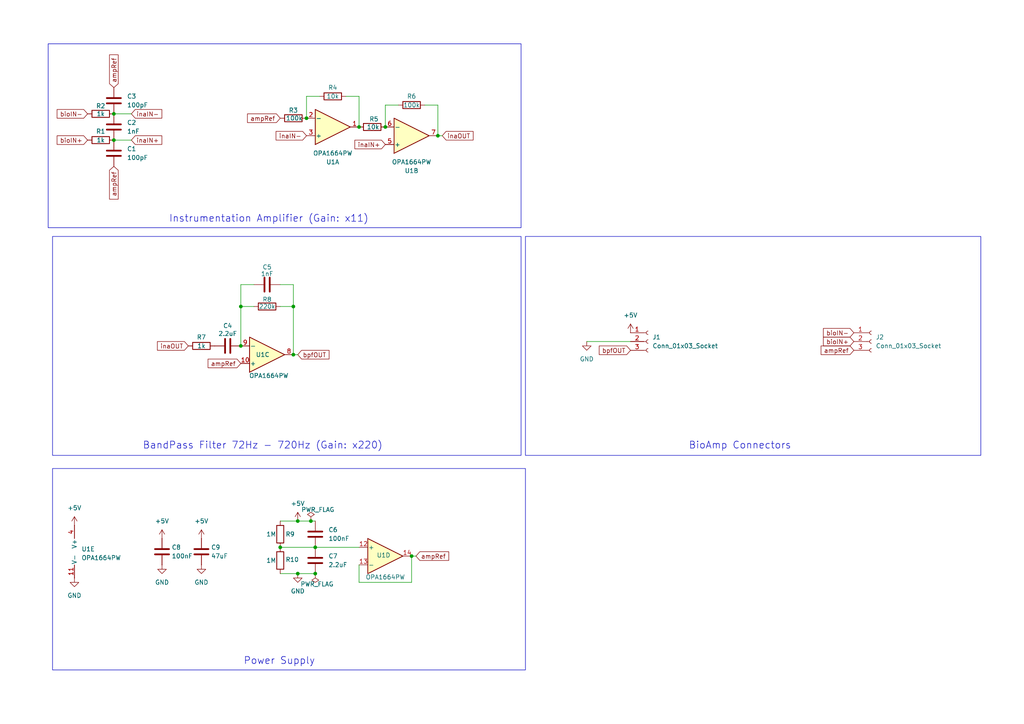
<source format=kicad_sch>
(kicad_sch
	(version 20250114)
	(generator "eeschema")
	(generator_version "9.0")
	(uuid "770da5a5-4336-46a1-8553-cd649fbf27ea")
	(paper "A4")
	(title_block
		(title "EMG")
		(date "2025-09-26")
		(rev "v.01")
	)
	(lib_symbols
		(symbol "Amplifier_Operational:OPA1664PW"
			(pin_names
				(offset 0.127)
			)
			(exclude_from_sim no)
			(in_bom yes)
			(on_board yes)
			(property "Reference" "U"
				(at 0 5.08 0)
				(effects
					(font
						(size 1.27 1.27)
					)
					(justify left)
				)
			)
			(property "Value" "OPA1664PW"
				(at 0 -5.08 0)
				(effects
					(font
						(size 1.27 1.27)
					)
					(justify left)
				)
			)
			(property "Footprint" "Package_SO:TSSOP-14_4.4x5mm_P0.65mm"
				(at -1.27 2.54 0)
				(effects
					(font
						(size 1.27 1.27)
					)
					(hide yes)
				)
			)
			(property "Datasheet" "https://www.ti.com/lit/ds/symlink/opa1664.pdf"
				(at 1.27 5.08 0)
				(effects
					(font
						(size 1.27 1.27)
					)
					(hide yes)
				)
			)
			(property "Description" "Quad Low-Power, Low-Noise, Low-Distortion, Bipolar-Input SoundPlus Audio Operational Amplifiers, TSSOP-14"
				(at 0 0 0)
				(effects
					(font
						(size 1.27 1.27)
					)
					(hide yes)
				)
			)
			(property "ki_locked" ""
				(at 0 0 0)
				(effects
					(font
						(size 1.27 1.27)
					)
				)
			)
			(property "ki_keywords" "quad opamp operational-amplifier"
				(at 0 0 0)
				(effects
					(font
						(size 1.27 1.27)
					)
					(hide yes)
				)
			)
			(property "ki_fp_filters" "TSSOP*4.4x5mm*P0.65mm*"
				(at 0 0 0)
				(effects
					(font
						(size 1.27 1.27)
					)
					(hide yes)
				)
			)
			(symbol "OPA1664PW_1_1"
				(polyline
					(pts
						(xy -5.08 5.08) (xy 5.08 0) (xy -5.08 -5.08) (xy -5.08 5.08)
					)
					(stroke
						(width 0.254)
						(type default)
					)
					(fill
						(type background)
					)
				)
				(pin input line
					(at -7.62 2.54 0)
					(length 2.54)
					(name "+"
						(effects
							(font
								(size 1.27 1.27)
							)
						)
					)
					(number "3"
						(effects
							(font
								(size 1.27 1.27)
							)
						)
					)
				)
				(pin input line
					(at -7.62 -2.54 0)
					(length 2.54)
					(name "-"
						(effects
							(font
								(size 1.27 1.27)
							)
						)
					)
					(number "2"
						(effects
							(font
								(size 1.27 1.27)
							)
						)
					)
				)
				(pin output line
					(at 7.62 0 180)
					(length 2.54)
					(name "~"
						(effects
							(font
								(size 1.27 1.27)
							)
						)
					)
					(number "1"
						(effects
							(font
								(size 1.27 1.27)
							)
						)
					)
				)
			)
			(symbol "OPA1664PW_2_1"
				(polyline
					(pts
						(xy -5.08 5.08) (xy 5.08 0) (xy -5.08 -5.08) (xy -5.08 5.08)
					)
					(stroke
						(width 0.254)
						(type default)
					)
					(fill
						(type background)
					)
				)
				(pin input line
					(at -7.62 2.54 0)
					(length 2.54)
					(name "+"
						(effects
							(font
								(size 1.27 1.27)
							)
						)
					)
					(number "5"
						(effects
							(font
								(size 1.27 1.27)
							)
						)
					)
				)
				(pin input line
					(at -7.62 -2.54 0)
					(length 2.54)
					(name "-"
						(effects
							(font
								(size 1.27 1.27)
							)
						)
					)
					(number "6"
						(effects
							(font
								(size 1.27 1.27)
							)
						)
					)
				)
				(pin output line
					(at 7.62 0 180)
					(length 2.54)
					(name "~"
						(effects
							(font
								(size 1.27 1.27)
							)
						)
					)
					(number "7"
						(effects
							(font
								(size 1.27 1.27)
							)
						)
					)
				)
			)
			(symbol "OPA1664PW_3_1"
				(polyline
					(pts
						(xy -5.08 5.08) (xy 5.08 0) (xy -5.08 -5.08) (xy -5.08 5.08)
					)
					(stroke
						(width 0.254)
						(type default)
					)
					(fill
						(type background)
					)
				)
				(pin input line
					(at -7.62 2.54 0)
					(length 2.54)
					(name "+"
						(effects
							(font
								(size 1.27 1.27)
							)
						)
					)
					(number "10"
						(effects
							(font
								(size 1.27 1.27)
							)
						)
					)
				)
				(pin input line
					(at -7.62 -2.54 0)
					(length 2.54)
					(name "-"
						(effects
							(font
								(size 1.27 1.27)
							)
						)
					)
					(number "9"
						(effects
							(font
								(size 1.27 1.27)
							)
						)
					)
				)
				(pin output line
					(at 7.62 0 180)
					(length 2.54)
					(name "~"
						(effects
							(font
								(size 1.27 1.27)
							)
						)
					)
					(number "8"
						(effects
							(font
								(size 1.27 1.27)
							)
						)
					)
				)
			)
			(symbol "OPA1664PW_4_1"
				(polyline
					(pts
						(xy -5.08 5.08) (xy 5.08 0) (xy -5.08 -5.08) (xy -5.08 5.08)
					)
					(stroke
						(width 0.254)
						(type default)
					)
					(fill
						(type background)
					)
				)
				(pin input line
					(at -7.62 2.54 0)
					(length 2.54)
					(name "+"
						(effects
							(font
								(size 1.27 1.27)
							)
						)
					)
					(number "12"
						(effects
							(font
								(size 1.27 1.27)
							)
						)
					)
				)
				(pin input line
					(at -7.62 -2.54 0)
					(length 2.54)
					(name "-"
						(effects
							(font
								(size 1.27 1.27)
							)
						)
					)
					(number "13"
						(effects
							(font
								(size 1.27 1.27)
							)
						)
					)
				)
				(pin output line
					(at 7.62 0 180)
					(length 2.54)
					(name "~"
						(effects
							(font
								(size 1.27 1.27)
							)
						)
					)
					(number "14"
						(effects
							(font
								(size 1.27 1.27)
							)
						)
					)
				)
			)
			(symbol "OPA1664PW_5_1"
				(pin power_in line
					(at -2.54 7.62 270)
					(length 3.81)
					(name "V+"
						(effects
							(font
								(size 1.27 1.27)
							)
						)
					)
					(number "4"
						(effects
							(font
								(size 1.27 1.27)
							)
						)
					)
				)
				(pin power_in line
					(at -2.54 -7.62 90)
					(length 3.81)
					(name "V-"
						(effects
							(font
								(size 1.27 1.27)
							)
						)
					)
					(number "11"
						(effects
							(font
								(size 1.27 1.27)
							)
						)
					)
				)
			)
			(embedded_fonts no)
		)
		(symbol "Connector:Conn_01x03_Socket"
			(pin_names
				(offset 1.016)
				(hide yes)
			)
			(exclude_from_sim no)
			(in_bom yes)
			(on_board yes)
			(property "Reference" "J"
				(at 0 5.08 0)
				(effects
					(font
						(size 1.27 1.27)
					)
				)
			)
			(property "Value" "Conn_01x03_Socket"
				(at 0 -5.08 0)
				(effects
					(font
						(size 1.27 1.27)
					)
				)
			)
			(property "Footprint" ""
				(at 0 0 0)
				(effects
					(font
						(size 1.27 1.27)
					)
					(hide yes)
				)
			)
			(property "Datasheet" "~"
				(at 0 0 0)
				(effects
					(font
						(size 1.27 1.27)
					)
					(hide yes)
				)
			)
			(property "Description" "Generic connector, single row, 01x03, script generated"
				(at 0 0 0)
				(effects
					(font
						(size 1.27 1.27)
					)
					(hide yes)
				)
			)
			(property "ki_locked" ""
				(at 0 0 0)
				(effects
					(font
						(size 1.27 1.27)
					)
				)
			)
			(property "ki_keywords" "connector"
				(at 0 0 0)
				(effects
					(font
						(size 1.27 1.27)
					)
					(hide yes)
				)
			)
			(property "ki_fp_filters" "Connector*:*_1x??_*"
				(at 0 0 0)
				(effects
					(font
						(size 1.27 1.27)
					)
					(hide yes)
				)
			)
			(symbol "Conn_01x03_Socket_1_1"
				(polyline
					(pts
						(xy -1.27 2.54) (xy -0.508 2.54)
					)
					(stroke
						(width 0.1524)
						(type default)
					)
					(fill
						(type none)
					)
				)
				(polyline
					(pts
						(xy -1.27 0) (xy -0.508 0)
					)
					(stroke
						(width 0.1524)
						(type default)
					)
					(fill
						(type none)
					)
				)
				(polyline
					(pts
						(xy -1.27 -2.54) (xy -0.508 -2.54)
					)
					(stroke
						(width 0.1524)
						(type default)
					)
					(fill
						(type none)
					)
				)
				(arc
					(start 0 2.032)
					(mid -0.5058 2.54)
					(end 0 3.048)
					(stroke
						(width 0.1524)
						(type default)
					)
					(fill
						(type none)
					)
				)
				(arc
					(start 0 -0.508)
					(mid -0.5058 0)
					(end 0 0.508)
					(stroke
						(width 0.1524)
						(type default)
					)
					(fill
						(type none)
					)
				)
				(arc
					(start 0 -3.048)
					(mid -0.5058 -2.54)
					(end 0 -2.032)
					(stroke
						(width 0.1524)
						(type default)
					)
					(fill
						(type none)
					)
				)
				(pin passive line
					(at -5.08 2.54 0)
					(length 3.81)
					(name "Pin_1"
						(effects
							(font
								(size 1.27 1.27)
							)
						)
					)
					(number "1"
						(effects
							(font
								(size 1.27 1.27)
							)
						)
					)
				)
				(pin passive line
					(at -5.08 0 0)
					(length 3.81)
					(name "Pin_2"
						(effects
							(font
								(size 1.27 1.27)
							)
						)
					)
					(number "2"
						(effects
							(font
								(size 1.27 1.27)
							)
						)
					)
				)
				(pin passive line
					(at -5.08 -2.54 0)
					(length 3.81)
					(name "Pin_3"
						(effects
							(font
								(size 1.27 1.27)
							)
						)
					)
					(number "3"
						(effects
							(font
								(size 1.27 1.27)
							)
						)
					)
				)
			)
			(embedded_fonts no)
		)
		(symbol "Device:C"
			(pin_numbers
				(hide yes)
			)
			(pin_names
				(offset 0.254)
			)
			(exclude_from_sim no)
			(in_bom yes)
			(on_board yes)
			(property "Reference" "C"
				(at 0.635 2.54 0)
				(effects
					(font
						(size 1.27 1.27)
					)
					(justify left)
				)
			)
			(property "Value" "C"
				(at 0.635 -2.54 0)
				(effects
					(font
						(size 1.27 1.27)
					)
					(justify left)
				)
			)
			(property "Footprint" ""
				(at 0.9652 -3.81 0)
				(effects
					(font
						(size 1.27 1.27)
					)
					(hide yes)
				)
			)
			(property "Datasheet" "~"
				(at 0 0 0)
				(effects
					(font
						(size 1.27 1.27)
					)
					(hide yes)
				)
			)
			(property "Description" "Unpolarized capacitor"
				(at 0 0 0)
				(effects
					(font
						(size 1.27 1.27)
					)
					(hide yes)
				)
			)
			(property "ki_keywords" "cap capacitor"
				(at 0 0 0)
				(effects
					(font
						(size 1.27 1.27)
					)
					(hide yes)
				)
			)
			(property "ki_fp_filters" "C_*"
				(at 0 0 0)
				(effects
					(font
						(size 1.27 1.27)
					)
					(hide yes)
				)
			)
			(symbol "C_0_1"
				(polyline
					(pts
						(xy -2.032 0.762) (xy 2.032 0.762)
					)
					(stroke
						(width 0.508)
						(type default)
					)
					(fill
						(type none)
					)
				)
				(polyline
					(pts
						(xy -2.032 -0.762) (xy 2.032 -0.762)
					)
					(stroke
						(width 0.508)
						(type default)
					)
					(fill
						(type none)
					)
				)
			)
			(symbol "C_1_1"
				(pin passive line
					(at 0 3.81 270)
					(length 2.794)
					(name "~"
						(effects
							(font
								(size 1.27 1.27)
							)
						)
					)
					(number "1"
						(effects
							(font
								(size 1.27 1.27)
							)
						)
					)
				)
				(pin passive line
					(at 0 -3.81 90)
					(length 2.794)
					(name "~"
						(effects
							(font
								(size 1.27 1.27)
							)
						)
					)
					(number "2"
						(effects
							(font
								(size 1.27 1.27)
							)
						)
					)
				)
			)
			(embedded_fonts no)
		)
		(symbol "Device:R"
			(pin_numbers
				(hide yes)
			)
			(pin_names
				(offset 0)
			)
			(exclude_from_sim no)
			(in_bom yes)
			(on_board yes)
			(property "Reference" "R"
				(at 2.032 0 90)
				(effects
					(font
						(size 1.27 1.27)
					)
				)
			)
			(property "Value" "R"
				(at 0 0 90)
				(effects
					(font
						(size 1.27 1.27)
					)
				)
			)
			(property "Footprint" ""
				(at -1.778 0 90)
				(effects
					(font
						(size 1.27 1.27)
					)
					(hide yes)
				)
			)
			(property "Datasheet" "~"
				(at 0 0 0)
				(effects
					(font
						(size 1.27 1.27)
					)
					(hide yes)
				)
			)
			(property "Description" "Resistor"
				(at 0 0 0)
				(effects
					(font
						(size 1.27 1.27)
					)
					(hide yes)
				)
			)
			(property "ki_keywords" "R res resistor"
				(at 0 0 0)
				(effects
					(font
						(size 1.27 1.27)
					)
					(hide yes)
				)
			)
			(property "ki_fp_filters" "R_*"
				(at 0 0 0)
				(effects
					(font
						(size 1.27 1.27)
					)
					(hide yes)
				)
			)
			(symbol "R_0_1"
				(rectangle
					(start -1.016 -2.54)
					(end 1.016 2.54)
					(stroke
						(width 0.254)
						(type default)
					)
					(fill
						(type none)
					)
				)
			)
			(symbol "R_1_1"
				(pin passive line
					(at 0 3.81 270)
					(length 1.27)
					(name "~"
						(effects
							(font
								(size 1.27 1.27)
							)
						)
					)
					(number "1"
						(effects
							(font
								(size 1.27 1.27)
							)
						)
					)
				)
				(pin passive line
					(at 0 -3.81 90)
					(length 1.27)
					(name "~"
						(effects
							(font
								(size 1.27 1.27)
							)
						)
					)
					(number "2"
						(effects
							(font
								(size 1.27 1.27)
							)
						)
					)
				)
			)
			(embedded_fonts no)
		)
		(symbol "power:+5V"
			(power)
			(pin_numbers
				(hide yes)
			)
			(pin_names
				(offset 0)
				(hide yes)
			)
			(exclude_from_sim no)
			(in_bom yes)
			(on_board yes)
			(property "Reference" "#PWR"
				(at 0 -3.81 0)
				(effects
					(font
						(size 1.27 1.27)
					)
					(hide yes)
				)
			)
			(property "Value" "+5V"
				(at 0 3.556 0)
				(effects
					(font
						(size 1.27 1.27)
					)
				)
			)
			(property "Footprint" ""
				(at 0 0 0)
				(effects
					(font
						(size 1.27 1.27)
					)
					(hide yes)
				)
			)
			(property "Datasheet" ""
				(at 0 0 0)
				(effects
					(font
						(size 1.27 1.27)
					)
					(hide yes)
				)
			)
			(property "Description" "Power symbol creates a global label with name \"+5V\""
				(at 0 0 0)
				(effects
					(font
						(size 1.27 1.27)
					)
					(hide yes)
				)
			)
			(property "ki_keywords" "global power"
				(at 0 0 0)
				(effects
					(font
						(size 1.27 1.27)
					)
					(hide yes)
				)
			)
			(symbol "+5V_0_1"
				(polyline
					(pts
						(xy -0.762 1.27) (xy 0 2.54)
					)
					(stroke
						(width 0)
						(type default)
					)
					(fill
						(type none)
					)
				)
				(polyline
					(pts
						(xy 0 2.54) (xy 0.762 1.27)
					)
					(stroke
						(width 0)
						(type default)
					)
					(fill
						(type none)
					)
				)
				(polyline
					(pts
						(xy 0 0) (xy 0 2.54)
					)
					(stroke
						(width 0)
						(type default)
					)
					(fill
						(type none)
					)
				)
			)
			(symbol "+5V_1_1"
				(pin power_in line
					(at 0 0 90)
					(length 0)
					(name "~"
						(effects
							(font
								(size 1.27 1.27)
							)
						)
					)
					(number "1"
						(effects
							(font
								(size 1.27 1.27)
							)
						)
					)
				)
			)
			(embedded_fonts no)
		)
		(symbol "power:GND"
			(power)
			(pin_numbers
				(hide yes)
			)
			(pin_names
				(offset 0)
				(hide yes)
			)
			(exclude_from_sim no)
			(in_bom yes)
			(on_board yes)
			(property "Reference" "#PWR"
				(at 0 -6.35 0)
				(effects
					(font
						(size 1.27 1.27)
					)
					(hide yes)
				)
			)
			(property "Value" "GND"
				(at 0 -3.81 0)
				(effects
					(font
						(size 1.27 1.27)
					)
				)
			)
			(property "Footprint" ""
				(at 0 0 0)
				(effects
					(font
						(size 1.27 1.27)
					)
					(hide yes)
				)
			)
			(property "Datasheet" ""
				(at 0 0 0)
				(effects
					(font
						(size 1.27 1.27)
					)
					(hide yes)
				)
			)
			(property "Description" "Power symbol creates a global label with name \"GND\" , ground"
				(at 0 0 0)
				(effects
					(font
						(size 1.27 1.27)
					)
					(hide yes)
				)
			)
			(property "ki_keywords" "global power"
				(at 0 0 0)
				(effects
					(font
						(size 1.27 1.27)
					)
					(hide yes)
				)
			)
			(symbol "GND_0_1"
				(polyline
					(pts
						(xy 0 0) (xy 0 -1.27) (xy 1.27 -1.27) (xy 0 -2.54) (xy -1.27 -1.27) (xy 0 -1.27)
					)
					(stroke
						(width 0)
						(type default)
					)
					(fill
						(type none)
					)
				)
			)
			(symbol "GND_1_1"
				(pin power_in line
					(at 0 0 270)
					(length 0)
					(name "~"
						(effects
							(font
								(size 1.27 1.27)
							)
						)
					)
					(number "1"
						(effects
							(font
								(size 1.27 1.27)
							)
						)
					)
				)
			)
			(embedded_fonts no)
		)
		(symbol "power:PWR_FLAG"
			(power)
			(pin_numbers
				(hide yes)
			)
			(pin_names
				(offset 0)
				(hide yes)
			)
			(exclude_from_sim no)
			(in_bom yes)
			(on_board yes)
			(property "Reference" "#FLG"
				(at 0 1.905 0)
				(effects
					(font
						(size 1.27 1.27)
					)
					(hide yes)
				)
			)
			(property "Value" "PWR_FLAG"
				(at 0 3.81 0)
				(effects
					(font
						(size 1.27 1.27)
					)
				)
			)
			(property "Footprint" ""
				(at 0 0 0)
				(effects
					(font
						(size 1.27 1.27)
					)
					(hide yes)
				)
			)
			(property "Datasheet" "~"
				(at 0 0 0)
				(effects
					(font
						(size 1.27 1.27)
					)
					(hide yes)
				)
			)
			(property "Description" "Special symbol for telling ERC where power comes from"
				(at 0 0 0)
				(effects
					(font
						(size 1.27 1.27)
					)
					(hide yes)
				)
			)
			(property "ki_keywords" "flag power"
				(at 0 0 0)
				(effects
					(font
						(size 1.27 1.27)
					)
					(hide yes)
				)
			)
			(symbol "PWR_FLAG_0_0"
				(pin power_out line
					(at 0 0 90)
					(length 0)
					(name "~"
						(effects
							(font
								(size 1.27 1.27)
							)
						)
					)
					(number "1"
						(effects
							(font
								(size 1.27 1.27)
							)
						)
					)
				)
			)
			(symbol "PWR_FLAG_0_1"
				(polyline
					(pts
						(xy 0 0) (xy 0 1.27) (xy -1.016 1.905) (xy 0 2.54) (xy 1.016 1.905) (xy 0 1.27)
					)
					(stroke
						(width 0)
						(type default)
					)
					(fill
						(type none)
					)
				)
			)
			(embedded_fonts no)
		)
	)
	(rectangle
		(start 15.24 68.58)
		(end 151.13 132.08)
		(stroke
			(width 0)
			(type default)
		)
		(fill
			(type none)
		)
		(uuid 1aad264c-8a1a-4b28-befb-dd7b9513010f)
	)
	(rectangle
		(start 13.97 12.7)
		(end 151.13 66.04)
		(stroke
			(width 0)
			(type default)
		)
		(fill
			(type none)
		)
		(uuid 2ea84f62-6a2e-4b04-aff3-d305fd65b6cc)
	)
	(rectangle
		(start 152.4 68.58)
		(end 284.48 132.08)
		(stroke
			(width 0)
			(type default)
		)
		(fill
			(type none)
		)
		(uuid 4f84559d-b3fd-483b-a534-15a8c8618bc4)
	)
	(rectangle
		(start 15.24 135.89)
		(end 152.4 194.31)
		(stroke
			(width 0)
			(type default)
		)
		(fill
			(type none)
		)
		(uuid a0042d04-5e18-42f3-bfc5-5c2c9e30d212)
	)
	(text "Instrumentation Amplifier (Gain: x11)"
		(exclude_from_sim no)
		(at 77.978 63.5 0)
		(effects
			(font
				(size 2.032 2.032)
			)
		)
		(uuid "42047f4e-c30b-480b-a072-248ce402a6c0")
	)
	(text "Power Supply"
		(exclude_from_sim no)
		(at 81.026 191.77 0)
		(effects
			(font
				(size 2.032 2.032)
			)
		)
		(uuid "c90f0600-aaba-4f81-9f8f-3ab0b2f209f7")
	)
	(text "BandPass Filter 72Hz - 720Hz (Gain: x220)"
		(exclude_from_sim no)
		(at 76.2 129.286 0)
		(effects
			(font
				(size 2.032 2.032)
			)
		)
		(uuid "f7ccb87a-4ee9-47c7-9b61-137aadd8ae8e")
	)
	(text "BioAmp Connectors"
		(exclude_from_sim no)
		(at 214.63 129.286 0)
		(effects
			(font
				(size 2.032 2.032)
			)
		)
		(uuid "fb94056b-6f86-4753-8883-ca5d0492ec31")
	)
	(junction
		(at 33.02 33.02)
		(diameter 0)
		(color 0 0 0 0)
		(uuid "01ea121f-45f4-4966-939b-91ca34e068ef")
	)
	(junction
		(at 111.76 36.83)
		(diameter 0)
		(color 0 0 0 0)
		(uuid "13032f8e-c860-49e4-9a48-7cefbd3c1528")
	)
	(junction
		(at 33.02 40.64)
		(diameter 0)
		(color 0 0 0 0)
		(uuid "18cba180-3a52-4fee-b2f6-1179c7dc02fb")
	)
	(junction
		(at 91.44 158.75)
		(diameter 0)
		(color 0 0 0 0)
		(uuid "483022c2-ee9f-47c1-8097-74d0e6d62029")
	)
	(junction
		(at 119.38 161.29)
		(diameter 0)
		(color 0 0 0 0)
		(uuid "875d8887-1ec5-478f-a7b5-d794d871bd0e")
	)
	(junction
		(at 88.9 34.29)
		(diameter 0)
		(color 0 0 0 0)
		(uuid "88e2aa15-56cc-463b-9724-7cbdfb35d652")
	)
	(junction
		(at 69.85 88.9)
		(diameter 0)
		(color 0 0 0 0)
		(uuid "91322f10-28de-4331-8d12-4f6360a354d1")
	)
	(junction
		(at 85.09 88.9)
		(diameter 0)
		(color 0 0 0 0)
		(uuid "95395ec8-1091-43e9-9bb3-3cd9cdc2f990")
	)
	(junction
		(at 81.28 158.75)
		(diameter 0)
		(color 0 0 0 0)
		(uuid "d3eb3715-518c-4f56-9e4d-1fd739b8e1cd")
	)
	(junction
		(at 85.09 102.87)
		(diameter 0)
		(color 0 0 0 0)
		(uuid "d8604e21-8aa4-4780-ad1a-34f34a6a5c10")
	)
	(junction
		(at 127 39.37)
		(diameter 0)
		(color 0 0 0 0)
		(uuid "d88bbeeb-6a45-4e85-8b5e-a32a55f3de18")
	)
	(junction
		(at 69.85 100.33)
		(diameter 0)
		(color 0 0 0 0)
		(uuid "e1004084-cecb-4406-918f-5bc67e13c63f")
	)
	(junction
		(at 91.44 166.37)
		(diameter 0)
		(color 0 0 0 0)
		(uuid "e2022058-77ab-4e37-9a2d-9664f44c2ec4")
	)
	(junction
		(at 90.17 151.13)
		(diameter 0)
		(color 0 0 0 0)
		(uuid "ea5c7568-d36e-4909-ab9a-1f2321de3ee9")
	)
	(junction
		(at 86.36 166.37)
		(diameter 0)
		(color 0 0 0 0)
		(uuid "ea7bdd8d-e72f-4618-b54b-5a9596a7092b")
	)
	(junction
		(at 86.36 151.13)
		(diameter 0)
		(color 0 0 0 0)
		(uuid "eab19a16-b67b-430f-b68f-b4a7fb6bec88")
	)
	(junction
		(at 104.14 36.83)
		(diameter 0)
		(color 0 0 0 0)
		(uuid "f23d7a02-d0b3-4be6-abea-6e82fecbf0e7")
	)
	(wire
		(pts
			(xy 86.36 166.37) (xy 91.44 166.37)
		)
		(stroke
			(width 0)
			(type default)
		)
		(uuid "00a72255-91db-4a83-8f87-2ba6e3b30f8d")
	)
	(wire
		(pts
			(xy 104.14 168.91) (xy 104.14 163.83)
		)
		(stroke
			(width 0)
			(type default)
		)
		(uuid "013a6913-a6b2-4a8d-842b-0654e2382a84")
	)
	(wire
		(pts
			(xy 85.09 102.87) (xy 86.36 102.87)
		)
		(stroke
			(width 0)
			(type default)
		)
		(uuid "2a73636c-bd18-4670-888f-ff693c383dac")
	)
	(wire
		(pts
			(xy 91.44 158.75) (xy 104.14 158.75)
		)
		(stroke
			(width 0)
			(type default)
		)
		(uuid "335538bb-3259-498a-833d-22b843537df8")
	)
	(wire
		(pts
			(xy 119.38 161.29) (xy 120.65 161.29)
		)
		(stroke
			(width 0)
			(type default)
		)
		(uuid "35860589-3f09-4dde-a04d-321e8dae7910")
	)
	(wire
		(pts
			(xy 100.33 27.94) (xy 104.14 27.94)
		)
		(stroke
			(width 0)
			(type default)
		)
		(uuid "37f6da6e-69bf-45ab-a84a-20a2d412c57a")
	)
	(wire
		(pts
			(xy 81.28 166.37) (xy 86.36 166.37)
		)
		(stroke
			(width 0)
			(type default)
		)
		(uuid "470f79c4-73df-4a3f-b129-2f03ff4b214f")
	)
	(wire
		(pts
			(xy 33.02 40.64) (xy 38.1 40.64)
		)
		(stroke
			(width 0)
			(type default)
		)
		(uuid "4843f379-f474-4620-b8f4-08cc41b85453")
	)
	(wire
		(pts
			(xy 85.09 88.9) (xy 85.09 82.55)
		)
		(stroke
			(width 0)
			(type default)
		)
		(uuid "4ee9822c-8eda-4ef7-b5e3-11aff79ca8fa")
	)
	(wire
		(pts
			(xy 81.28 151.13) (xy 86.36 151.13)
		)
		(stroke
			(width 0)
			(type default)
		)
		(uuid "559cbd9b-1173-43b9-823a-a01db735c0d1")
	)
	(wire
		(pts
			(xy 73.66 82.55) (xy 69.85 82.55)
		)
		(stroke
			(width 0)
			(type default)
		)
		(uuid "57d57449-f23b-4a60-892d-95a716a54321")
	)
	(wire
		(pts
			(xy 127 30.48) (xy 127 39.37)
		)
		(stroke
			(width 0)
			(type default)
		)
		(uuid "59b63549-f0b3-4668-82e5-562ef22d9319")
	)
	(wire
		(pts
			(xy 81.28 88.9) (xy 85.09 88.9)
		)
		(stroke
			(width 0)
			(type default)
		)
		(uuid "616b6872-35c5-4e51-972b-70acda3a6dcd")
	)
	(wire
		(pts
			(xy 127 39.37) (xy 128.27 39.37)
		)
		(stroke
			(width 0)
			(type default)
		)
		(uuid "6b9749ff-cf48-407f-a03f-1ab50fc2eafe")
	)
	(wire
		(pts
			(xy 104.14 27.94) (xy 104.14 36.83)
		)
		(stroke
			(width 0)
			(type default)
		)
		(uuid "6e554025-71b3-4fe5-9794-dee01c06b1c0")
	)
	(wire
		(pts
			(xy 88.9 27.94) (xy 88.9 34.29)
		)
		(stroke
			(width 0)
			(type default)
		)
		(uuid "6f595987-ed4f-4c5b-89a4-1e35ed76750d")
	)
	(wire
		(pts
			(xy 170.18 99.06) (xy 182.88 99.06)
		)
		(stroke
			(width 0)
			(type default)
		)
		(uuid "7204928a-9690-48b6-a5ca-c914330a8085")
	)
	(wire
		(pts
			(xy 69.85 88.9) (xy 69.85 100.33)
		)
		(stroke
			(width 0)
			(type default)
		)
		(uuid "74271f0f-db15-47aa-8393-74e41a32e2f4")
	)
	(wire
		(pts
			(xy 111.76 30.48) (xy 111.76 36.83)
		)
		(stroke
			(width 0)
			(type default)
		)
		(uuid "83e9e161-b73c-476e-8c4e-3e539ade55a4")
	)
	(wire
		(pts
			(xy 119.38 161.29) (xy 119.38 168.91)
		)
		(stroke
			(width 0)
			(type default)
		)
		(uuid "8a022d68-06ac-47a5-b34d-cd262a2ee9e4")
	)
	(wire
		(pts
			(xy 69.85 82.55) (xy 69.85 88.9)
		)
		(stroke
			(width 0)
			(type default)
		)
		(uuid "8a83360f-5d40-42cd-9234-c9251f5eed54")
	)
	(wire
		(pts
			(xy 90.17 151.13) (xy 91.44 151.13)
		)
		(stroke
			(width 0)
			(type default)
		)
		(uuid "8ea78dd6-a889-4635-bcf5-185ba3a8f163")
	)
	(wire
		(pts
			(xy 115.57 30.48) (xy 111.76 30.48)
		)
		(stroke
			(width 0)
			(type default)
		)
		(uuid "9faa3817-64d7-4a4e-a35f-92af88a7068f")
	)
	(wire
		(pts
			(xy 81.28 82.55) (xy 85.09 82.55)
		)
		(stroke
			(width 0)
			(type default)
		)
		(uuid "ad74a8b4-cbfb-4b3f-a1a8-9569aa8ef855")
	)
	(wire
		(pts
			(xy 81.28 158.75) (xy 91.44 158.75)
		)
		(stroke
			(width 0)
			(type default)
		)
		(uuid "bd386186-89f3-41ec-88be-74a47a528d96")
	)
	(wire
		(pts
			(xy 119.38 168.91) (xy 104.14 168.91)
		)
		(stroke
			(width 0)
			(type default)
		)
		(uuid "bf4fb67e-4528-44b3-9c0e-28205ce47b1b")
	)
	(wire
		(pts
			(xy 86.36 151.13) (xy 90.17 151.13)
		)
		(stroke
			(width 0)
			(type default)
		)
		(uuid "cd059d40-81d9-4c8a-9d8e-0ccad543f474")
	)
	(wire
		(pts
			(xy 123.19 30.48) (xy 127 30.48)
		)
		(stroke
			(width 0)
			(type default)
		)
		(uuid "d65a672c-3c04-487f-a050-ffc37b1cf074")
	)
	(wire
		(pts
			(xy 92.71 27.94) (xy 88.9 27.94)
		)
		(stroke
			(width 0)
			(type default)
		)
		(uuid "da11e670-cd56-43bd-9cea-41f79930cb3b")
	)
	(wire
		(pts
			(xy 33.02 33.02) (xy 38.1 33.02)
		)
		(stroke
			(width 0)
			(type default)
		)
		(uuid "ec6af835-8a59-4cc2-8d6c-ec4b934982f9")
	)
	(wire
		(pts
			(xy 69.85 88.9) (xy 73.66 88.9)
		)
		(stroke
			(width 0)
			(type default)
		)
		(uuid "f04c7970-ed34-4a4b-8457-ce05cdc7c3f9")
	)
	(wire
		(pts
			(xy 85.09 102.87) (xy 85.09 88.9)
		)
		(stroke
			(width 0)
			(type default)
		)
		(uuid "f11fe124-858a-4a2f-b4e7-877ae5d8693b")
	)
	(global_label "inaIN+"
		(shape input)
		(at 111.76 41.91 180)
		(fields_autoplaced yes)
		(effects
			(font
				(size 1.27 1.27)
			)
			(justify right)
		)
		(uuid "0d30eaa2-d79b-46c1-bb5b-a1f9fabdf918")
		(property "Intersheetrefs" "${INTERSHEET_REFS}"
			(at 102.3643 41.91 0)
			(effects
				(font
					(size 1.27 1.27)
				)
				(justify right)
				(hide yes)
			)
		)
	)
	(global_label "inaIN-"
		(shape input)
		(at 38.1 33.02 0)
		(fields_autoplaced yes)
		(effects
			(font
				(size 1.27 1.27)
			)
			(justify left)
		)
		(uuid "26a2abb5-51ab-4e34-9456-862442445f44")
		(property "Intersheetrefs" "${INTERSHEET_REFS}"
			(at 47.4957 33.02 0)
			(effects
				(font
					(size 1.27 1.27)
				)
				(justify left)
				(hide yes)
			)
		)
	)
	(global_label "bioIN-"
		(shape input)
		(at 25.4 33.02 180)
		(fields_autoplaced yes)
		(effects
			(font
				(size 1.27 1.27)
			)
			(justify right)
		)
		(uuid "3420e4f9-a222-4d8b-bfa2-c9ce700c1885")
		(property "Intersheetrefs" "${INTERSHEET_REFS}"
			(at 16.0043 33.02 0)
			(effects
				(font
					(size 1.27 1.27)
				)
				(justify right)
				(hide yes)
			)
		)
	)
	(global_label "inaIN+"
		(shape input)
		(at 38.1 40.64 0)
		(fields_autoplaced yes)
		(effects
			(font
				(size 1.27 1.27)
			)
			(justify left)
		)
		(uuid "3d2d0b80-6220-4694-b298-a58d688e945e")
		(property "Intersheetrefs" "${INTERSHEET_REFS}"
			(at 47.4957 40.64 0)
			(effects
				(font
					(size 1.27 1.27)
				)
				(justify left)
				(hide yes)
			)
		)
	)
	(global_label "bioIN-"
		(shape input)
		(at 247.65 96.52 180)
		(fields_autoplaced yes)
		(effects
			(font
				(size 1.27 1.27)
			)
			(justify right)
		)
		(uuid "442ab071-6a85-47b6-a76f-0af14f4f1e0e")
		(property "Intersheetrefs" "${INTERSHEET_REFS}"
			(at 238.2543 96.52 0)
			(effects
				(font
					(size 1.27 1.27)
				)
				(justify right)
				(hide yes)
			)
		)
	)
	(global_label "ampRef"
		(shape input)
		(at 69.85 105.41 180)
		(fields_autoplaced yes)
		(effects
			(font
				(size 1.27 1.27)
			)
			(justify right)
		)
		(uuid "4c119375-eafe-4147-94cc-6a5d04cb57bb")
		(property "Intersheetrefs" "${INTERSHEET_REFS}"
			(at 59.7892 105.41 0)
			(effects
				(font
					(size 1.27 1.27)
				)
				(justify right)
				(hide yes)
			)
		)
	)
	(global_label "ampRef"
		(shape input)
		(at 120.65 161.29 0)
		(fields_autoplaced yes)
		(effects
			(font
				(size 1.27 1.27)
			)
			(justify left)
		)
		(uuid "57de741d-58a6-4f01-8cd7-4b7c4a60a511")
		(property "Intersheetrefs" "${INTERSHEET_REFS}"
			(at 130.7108 161.29 0)
			(effects
				(font
					(size 1.27 1.27)
				)
				(justify left)
				(hide yes)
			)
		)
	)
	(global_label "bpfOUT"
		(shape input)
		(at 86.36 102.87 0)
		(fields_autoplaced yes)
		(effects
			(font
				(size 1.27 1.27)
			)
			(justify left)
		)
		(uuid "5d4260fe-5f3f-48f0-bdc0-14cf2758044c")
		(property "Intersheetrefs" "${INTERSHEET_REFS}"
			(at 95.9975 102.87 0)
			(effects
				(font
					(size 1.27 1.27)
				)
				(justify left)
				(hide yes)
			)
		)
	)
	(global_label "bioIN+"
		(shape input)
		(at 247.65 99.06 180)
		(fields_autoplaced yes)
		(effects
			(font
				(size 1.27 1.27)
			)
			(justify right)
		)
		(uuid "7b177c67-0651-4433-b3fb-739a2cddf0f4")
		(property "Intersheetrefs" "${INTERSHEET_REFS}"
			(at 238.2543 99.06 0)
			(effects
				(font
					(size 1.27 1.27)
				)
				(justify right)
				(hide yes)
			)
		)
	)
	(global_label "inaIN-"
		(shape input)
		(at 88.9 39.37 180)
		(fields_autoplaced yes)
		(effects
			(font
				(size 1.27 1.27)
			)
			(justify right)
		)
		(uuid "801a566d-0d7e-4ffd-a4cc-a1f72e280e2c")
		(property "Intersheetrefs" "${INTERSHEET_REFS}"
			(at 79.5043 39.37 0)
			(effects
				(font
					(size 1.27 1.27)
				)
				(justify right)
				(hide yes)
			)
		)
	)
	(global_label "ampRef"
		(shape input)
		(at 33.02 25.4 90)
		(fields_autoplaced yes)
		(effects
			(font
				(size 1.27 1.27)
			)
			(justify left)
		)
		(uuid "83f96a95-b155-41ea-b598-8343795e1adf")
		(property "Intersheetrefs" "${INTERSHEET_REFS}"
			(at 33.02 15.3392 90)
			(effects
				(font
					(size 1.27 1.27)
				)
				(justify left)
				(hide yes)
			)
		)
	)
	(global_label "bioIN+"
		(shape input)
		(at 25.4 40.64 180)
		(fields_autoplaced yes)
		(effects
			(font
				(size 1.27 1.27)
			)
			(justify right)
		)
		(uuid "9c91a361-e718-4d95-9560-31f43f2ba1bd")
		(property "Intersheetrefs" "${INTERSHEET_REFS}"
			(at 16.0043 40.64 0)
			(effects
				(font
					(size 1.27 1.27)
				)
				(justify right)
				(hide yes)
			)
		)
	)
	(global_label "bpfOUT"
		(shape input)
		(at 182.88 101.6 180)
		(fields_autoplaced yes)
		(effects
			(font
				(size 1.27 1.27)
			)
			(justify right)
		)
		(uuid "aef094ce-a6b4-4d10-a481-dde5fd9b8c07")
		(property "Intersheetrefs" "${INTERSHEET_REFS}"
			(at 173.2425 101.6 0)
			(effects
				(font
					(size 1.27 1.27)
				)
				(justify right)
				(hide yes)
			)
		)
	)
	(global_label "ampRef"
		(shape input)
		(at 33.02 48.26 270)
		(fields_autoplaced yes)
		(effects
			(font
				(size 1.27 1.27)
			)
			(justify right)
		)
		(uuid "b4a2cf2e-eb9e-4b16-be5a-a22557fd1346")
		(property "Intersheetrefs" "${INTERSHEET_REFS}"
			(at 33.02 58.3208 90)
			(effects
				(font
					(size 1.27 1.27)
				)
				(justify right)
				(hide yes)
			)
		)
	)
	(global_label "inaOUT"
		(shape input)
		(at 54.61 100.33 180)
		(fields_autoplaced yes)
		(effects
			(font
				(size 1.27 1.27)
			)
			(justify right)
		)
		(uuid "e31503b2-3a6a-44d9-8237-341131ce2320")
		(property "Intersheetrefs" "${INTERSHEET_REFS}"
			(at 45.0934 100.33 0)
			(effects
				(font
					(size 1.27 1.27)
				)
				(justify right)
				(hide yes)
			)
		)
	)
	(global_label "ampRef"
		(shape input)
		(at 247.65 101.6 180)
		(fields_autoplaced yes)
		(effects
			(font
				(size 1.27 1.27)
			)
			(justify right)
		)
		(uuid "ea60a048-7f11-4ad8-b1d6-1946aa84ee8f")
		(property "Intersheetrefs" "${INTERSHEET_REFS}"
			(at 237.5892 101.6 0)
			(effects
				(font
					(size 1.27 1.27)
				)
				(justify right)
				(hide yes)
			)
		)
	)
	(global_label "inaOUT"
		(shape input)
		(at 128.27 39.37 0)
		(fields_autoplaced yes)
		(effects
			(font
				(size 1.27 1.27)
			)
			(justify left)
		)
		(uuid "ec74feb4-16cb-4cd5-8d44-ae80a3f8ca78")
		(property "Intersheetrefs" "${INTERSHEET_REFS}"
			(at 137.7866 39.37 0)
			(effects
				(font
					(size 1.27 1.27)
				)
				(justify left)
				(hide yes)
			)
		)
	)
	(global_label "ampRef"
		(shape input)
		(at 81.28 34.29 180)
		(fields_autoplaced yes)
		(effects
			(font
				(size 1.27 1.27)
			)
			(justify right)
		)
		(uuid "ff433371-7815-4594-9c22-cd473febf164")
		(property "Intersheetrefs" "${INTERSHEET_REFS}"
			(at 71.2192 34.29 0)
			(effects
				(font
					(size 1.27 1.27)
				)
				(justify right)
				(hide yes)
			)
		)
	)
	(symbol
		(lib_id "Device:C")
		(at 77.47 82.55 90)
		(unit 1)
		(exclude_from_sim no)
		(in_bom yes)
		(on_board yes)
		(dnp no)
		(uuid "017feba1-5a0a-4613-a36c-8d5d51cd1dd8")
		(property "Reference" "C5"
			(at 77.47 77.47 90)
			(effects
				(font
					(size 1.27 1.27)
				)
			)
		)
		(property "Value" "1nF"
			(at 77.47 79.4211 90)
			(effects
				(font
					(size 1.27 1.27)
				)
			)
		)
		(property "Footprint" "Capacitor_SMD:C_0805_2012Metric"
			(at 81.28 81.5848 0)
			(effects
				(font
					(size 1.27 1.27)
				)
				(hide yes)
			)
		)
		(property "Datasheet" "~"
			(at 77.47 82.55 0)
			(effects
				(font
					(size 1.27 1.27)
				)
				(hide yes)
			)
		)
		(property "Description" "Unpolarized capacitor"
			(at 77.47 82.55 0)
			(effects
				(font
					(size 1.27 1.27)
				)
				(hide yes)
			)
		)
		(pin "1"
			(uuid "64392ca7-fa73-41c3-8e6c-cf6b56918acc")
		)
		(pin "2"
			(uuid "5686c215-1585-40e3-9872-5bb4ce941a86")
		)
		(instances
			(project "EMG"
				(path "/770da5a5-4336-46a1-8553-cd649fbf27ea"
					(reference "C5")
					(unit 1)
				)
			)
		)
	)
	(symbol
		(lib_id "Amplifier_Operational:OPA1664PW")
		(at 77.47 102.87 0)
		(mirror x)
		(unit 3)
		(exclude_from_sim no)
		(in_bom yes)
		(on_board yes)
		(dnp no)
		(uuid "092b778c-4a27-4a22-b74d-076591c2262e")
		(property "Reference" "U1"
			(at 76.2 102.87 0)
			(effects
				(font
					(size 1.27 1.27)
				)
			)
		)
		(property "Value" "OPA1664PW"
			(at 77.978 108.966 0)
			(effects
				(font
					(size 1.27 1.27)
				)
			)
		)
		(property "Footprint" "Package_SO:TSSOP-14_4.4x5mm_P0.65mm"
			(at 76.2 105.41 0)
			(effects
				(font
					(size 1.27 1.27)
				)
				(hide yes)
			)
		)
		(property "Datasheet" "https://www.ti.com/lit/ds/symlink/opa1664.pdf"
			(at 78.74 107.95 0)
			(effects
				(font
					(size 1.27 1.27)
				)
				(hide yes)
			)
		)
		(property "Description" "Quad Low-Power, Low-Noise, Low-Distortion, Bipolar-Input SoundPlus Audio Operational Amplifiers, TSSOP-14"
			(at 77.47 102.87 0)
			(effects
				(font
					(size 1.27 1.27)
				)
				(hide yes)
			)
		)
		(pin "10"
			(uuid "d713a76c-4b85-4710-ad23-44253ea7d4b8")
		)
		(pin "8"
			(uuid "565d63af-e42c-4eba-a461-4ca1ba115d36")
		)
		(pin "13"
			(uuid "064f9c17-f1f6-4630-a704-59e7ef11fde3")
		)
		(pin "11"
			(uuid "afbd79dd-e7a2-4805-a56c-fadb3d33d22b")
		)
		(pin "2"
			(uuid "4fc24a68-b62a-4125-885b-9510fb06551a")
		)
		(pin "1"
			(uuid "f76af92b-3578-4e53-ab9c-c70efff0669f")
		)
		(pin "3"
			(uuid "b3b5be00-99ea-4812-8dc4-45978bb530ed")
		)
		(pin "5"
			(uuid "7d5978b9-53d4-4992-806d-c93774b81002")
		)
		(pin "6"
			(uuid "d74b6315-0de5-4cf3-a1fa-4c61f2cfa9ff")
		)
		(pin "7"
			(uuid "b09f4851-9164-4179-907f-b0907eb0fc09")
		)
		(pin "9"
			(uuid "3c6c3f05-8d02-4833-9379-15b6293dcda8")
		)
		(pin "12"
			(uuid "43cb750b-b673-41ed-a21b-751bd65a5f0d")
		)
		(pin "14"
			(uuid "cd10488d-e9e3-4c1f-ac09-832447fcbf81")
		)
		(pin "4"
			(uuid "6786bb9c-ac43-44fa-b0b6-b7549cb89bd2")
		)
		(instances
			(project "EMG"
				(path "/770da5a5-4336-46a1-8553-cd649fbf27ea"
					(reference "U1")
					(unit 3)
				)
			)
		)
	)
	(symbol
		(lib_id "Device:C")
		(at 33.02 29.21 0)
		(unit 1)
		(exclude_from_sim no)
		(in_bom yes)
		(on_board yes)
		(dnp no)
		(fields_autoplaced yes)
		(uuid "0f56fa23-bdab-4017-9d77-5c0a7fa842e0")
		(property "Reference" "C3"
			(at 36.83 27.9399 0)
			(effects
				(font
					(size 1.27 1.27)
				)
				(justify left)
			)
		)
		(property "Value" "100pF"
			(at 36.83 30.4799 0)
			(effects
				(font
					(size 1.27 1.27)
				)
				(justify left)
			)
		)
		(property "Footprint" "Capacitor_SMD:C_0805_2012Metric"
			(at 33.9852 33.02 0)
			(effects
				(font
					(size 1.27 1.27)
				)
				(hide yes)
			)
		)
		(property "Datasheet" "~"
			(at 33.02 29.21 0)
			(effects
				(font
					(size 1.27 1.27)
				)
				(hide yes)
			)
		)
		(property "Description" "Unpolarized capacitor"
			(at 33.02 29.21 0)
			(effects
				(font
					(size 1.27 1.27)
				)
				(hide yes)
			)
		)
		(pin "1"
			(uuid "eaf3eb83-0263-4e15-9790-75e375ba4f76")
		)
		(pin "2"
			(uuid "aad0d8a7-d9b5-4b9b-8bb7-85f28d49e4aa")
		)
		(instances
			(project "EMG"
				(path "/770da5a5-4336-46a1-8553-cd649fbf27ea"
					(reference "C3")
					(unit 1)
				)
			)
		)
	)
	(symbol
		(lib_id "power:+5V")
		(at 182.88 96.52 0)
		(unit 1)
		(exclude_from_sim no)
		(in_bom yes)
		(on_board yes)
		(dnp no)
		(fields_autoplaced yes)
		(uuid "11dfef4c-26e9-4e0c-8827-ccfefbb75cd4")
		(property "Reference" "#PWR07"
			(at 182.88 100.33 0)
			(effects
				(font
					(size 1.27 1.27)
				)
				(hide yes)
			)
		)
		(property "Value" "+5V"
			(at 182.88 91.44 0)
			(effects
				(font
					(size 1.27 1.27)
				)
			)
		)
		(property "Footprint" ""
			(at 182.88 96.52 0)
			(effects
				(font
					(size 1.27 1.27)
				)
				(hide yes)
			)
		)
		(property "Datasheet" ""
			(at 182.88 96.52 0)
			(effects
				(font
					(size 1.27 1.27)
				)
				(hide yes)
			)
		)
		(property "Description" "Power symbol creates a global label with name \"+5V\""
			(at 182.88 96.52 0)
			(effects
				(font
					(size 1.27 1.27)
				)
				(hide yes)
			)
		)
		(pin "1"
			(uuid "d127c812-9f01-493d-a703-4c0d15c267a9")
		)
		(instances
			(project ""
				(path "/770da5a5-4336-46a1-8553-cd649fbf27ea"
					(reference "#PWR07")
					(unit 1)
				)
			)
		)
	)
	(symbol
		(lib_id "Amplifier_Operational:OPA1664PW")
		(at 96.52 36.83 0)
		(mirror x)
		(unit 1)
		(exclude_from_sim no)
		(in_bom yes)
		(on_board yes)
		(dnp no)
		(uuid "127b6d53-2a10-48f5-9310-3d1e7045900d")
		(property "Reference" "U1"
			(at 96.52 46.99 0)
			(effects
				(font
					(size 1.27 1.27)
				)
			)
		)
		(property "Value" "OPA1664PW"
			(at 96.52 44.45 0)
			(effects
				(font
					(size 1.27 1.27)
				)
			)
		)
		(property "Footprint" "Package_SO:TSSOP-14_4.4x5mm_P0.65mm"
			(at 95.25 39.37 0)
			(effects
				(font
					(size 1.27 1.27)
				)
				(hide yes)
			)
		)
		(property "Datasheet" "https://www.ti.com/lit/ds/symlink/opa1664.pdf"
			(at 97.79 41.91 0)
			(effects
				(font
					(size 1.27 1.27)
				)
				(hide yes)
			)
		)
		(property "Description" "Quad Low-Power, Low-Noise, Low-Distortion, Bipolar-Input SoundPlus Audio Operational Amplifiers, TSSOP-14"
			(at 96.52 36.83 0)
			(effects
				(font
					(size 1.27 1.27)
				)
				(hide yes)
			)
		)
		(pin "10"
			(uuid "d713a76c-4b85-4710-ad23-44253ea7d4b9")
		)
		(pin "8"
			(uuid "565d63af-e42c-4eba-a461-4ca1ba115d37")
		)
		(pin "13"
			(uuid "064f9c17-f1f6-4630-a704-59e7ef11fde4")
		)
		(pin "11"
			(uuid "afbd79dd-e7a2-4805-a56c-fadb3d33d22c")
		)
		(pin "2"
			(uuid "4fc24a68-b62a-4125-885b-9510fb06551b")
		)
		(pin "1"
			(uuid "f76af92b-3578-4e53-ab9c-c70efff066a0")
		)
		(pin "3"
			(uuid "b3b5be00-99ea-4812-8dc4-45978bb530ee")
		)
		(pin "5"
			(uuid "7d5978b9-53d4-4992-806d-c93774b81003")
		)
		(pin "6"
			(uuid "d74b6315-0de5-4cf3-a1fa-4c61f2cfaa00")
		)
		(pin "7"
			(uuid "b09f4851-9164-4179-907f-b0907eb0fc0a")
		)
		(pin "9"
			(uuid "3c6c3f05-8d02-4833-9379-15b6293dcda9")
		)
		(pin "12"
			(uuid "43cb750b-b673-41ed-a21b-751bd65a5f0e")
		)
		(pin "14"
			(uuid "cd10488d-e9e3-4c1f-ac09-832447fcbf82")
		)
		(pin "4"
			(uuid "6786bb9c-ac43-44fa-b0b6-b7549cb89bd3")
		)
		(instances
			(project "EMG"
				(path "/770da5a5-4336-46a1-8553-cd649fbf27ea"
					(reference "U1")
					(unit 1)
				)
			)
		)
	)
	(symbol
		(lib_id "Device:C")
		(at 33.02 36.83 0)
		(unit 1)
		(exclude_from_sim no)
		(in_bom yes)
		(on_board yes)
		(dnp no)
		(fields_autoplaced yes)
		(uuid "15fc2ae3-820e-49d6-b923-c2b61ded3c9f")
		(property "Reference" "C2"
			(at 36.83 35.5599 0)
			(effects
				(font
					(size 1.27 1.27)
				)
				(justify left)
			)
		)
		(property "Value" "1nF"
			(at 36.83 38.0999 0)
			(effects
				(font
					(size 1.27 1.27)
				)
				(justify left)
			)
		)
		(property "Footprint" "Capacitor_SMD:C_0805_2012Metric"
			(at 33.9852 40.64 0)
			(effects
				(font
					(size 1.27 1.27)
				)
				(hide yes)
			)
		)
		(property "Datasheet" "~"
			(at 33.02 36.83 0)
			(effects
				(font
					(size 1.27 1.27)
				)
				(hide yes)
			)
		)
		(property "Description" "Unpolarized capacitor"
			(at 33.02 36.83 0)
			(effects
				(font
					(size 1.27 1.27)
				)
				(hide yes)
			)
		)
		(pin "1"
			(uuid "d2cba938-f60f-48d7-9461-f49edd288acc")
		)
		(pin "2"
			(uuid "62bd36f3-ec7a-4c85-bcee-160638235dab")
		)
		(instances
			(project "EMG"
				(path "/770da5a5-4336-46a1-8553-cd649fbf27ea"
					(reference "C2")
					(unit 1)
				)
			)
		)
	)
	(symbol
		(lib_id "power:GND")
		(at 86.36 166.37 0)
		(unit 1)
		(exclude_from_sim no)
		(in_bom yes)
		(on_board yes)
		(dnp no)
		(fields_autoplaced yes)
		(uuid "1f8786d1-19b1-4e15-be49-ebc80a8ca0f0")
		(property "Reference" "#PWR02"
			(at 86.36 172.72 0)
			(effects
				(font
					(size 1.27 1.27)
				)
				(hide yes)
			)
		)
		(property "Value" "GND"
			(at 86.36 171.45 0)
			(effects
				(font
					(size 1.27 1.27)
				)
			)
		)
		(property "Footprint" ""
			(at 86.36 166.37 0)
			(effects
				(font
					(size 1.27 1.27)
				)
				(hide yes)
			)
		)
		(property "Datasheet" ""
			(at 86.36 166.37 0)
			(effects
				(font
					(size 1.27 1.27)
				)
				(hide yes)
			)
		)
		(property "Description" "Power symbol creates a global label with name \"GND\" , ground"
			(at 86.36 166.37 0)
			(effects
				(font
					(size 1.27 1.27)
				)
				(hide yes)
			)
		)
		(pin "1"
			(uuid "3f2ac229-5de5-43ce-b3f4-8a81541f646c")
		)
		(instances
			(project "EMG"
				(path "/770da5a5-4336-46a1-8553-cd649fbf27ea"
					(reference "#PWR02")
					(unit 1)
				)
			)
		)
	)
	(symbol
		(lib_id "Device:R")
		(at 58.42 100.33 90)
		(unit 1)
		(exclude_from_sim no)
		(in_bom yes)
		(on_board yes)
		(dnp no)
		(uuid "245213ac-c282-49bb-9475-41ccba950c14")
		(property "Reference" "R7"
			(at 58.42 97.79 90)
			(effects
				(font
					(size 1.27 1.27)
				)
			)
		)
		(property "Value" "1k"
			(at 58.42 100.33 90)
			(effects
				(font
					(size 1.27 1.27)
				)
			)
		)
		(property "Footprint" "Resistor_SMD:R_0805_2012Metric"
			(at 58.42 102.108 90)
			(effects
				(font
					(size 1.27 1.27)
				)
				(hide yes)
			)
		)
		(property "Datasheet" "~"
			(at 58.42 100.33 0)
			(effects
				(font
					(size 1.27 1.27)
				)
				(hide yes)
			)
		)
		(property "Description" "Resistor"
			(at 58.42 100.33 0)
			(effects
				(font
					(size 1.27 1.27)
				)
				(hide yes)
			)
		)
		(pin "1"
			(uuid "37def556-9ca4-47e3-95e5-896608a70373")
		)
		(pin "2"
			(uuid "0638ebc4-db2b-4892-9292-02d52f64bcad")
		)
		(instances
			(project "EMG"
				(path "/770da5a5-4336-46a1-8553-cd649fbf27ea"
					(reference "R7")
					(unit 1)
				)
			)
		)
	)
	(symbol
		(lib_id "power:GND")
		(at 170.18 99.06 0)
		(unit 1)
		(exclude_from_sim no)
		(in_bom yes)
		(on_board yes)
		(dnp no)
		(fields_autoplaced yes)
		(uuid "2754627e-893e-41d6-90ae-7abda51c44d4")
		(property "Reference" "#PWR08"
			(at 170.18 105.41 0)
			(effects
				(font
					(size 1.27 1.27)
				)
				(hide yes)
			)
		)
		(property "Value" "GND"
			(at 170.18 104.14 0)
			(effects
				(font
					(size 1.27 1.27)
				)
			)
		)
		(property "Footprint" ""
			(at 170.18 99.06 0)
			(effects
				(font
					(size 1.27 1.27)
				)
				(hide yes)
			)
		)
		(property "Datasheet" ""
			(at 170.18 99.06 0)
			(effects
				(font
					(size 1.27 1.27)
				)
				(hide yes)
			)
		)
		(property "Description" "Power symbol creates a global label with name \"GND\" , ground"
			(at 170.18 99.06 0)
			(effects
				(font
					(size 1.27 1.27)
				)
				(hide yes)
			)
		)
		(pin "1"
			(uuid "af4ec8b0-5e2b-4ad1-ba31-ecd69a32bc4b")
		)
		(instances
			(project ""
				(path "/770da5a5-4336-46a1-8553-cd649fbf27ea"
					(reference "#PWR08")
					(unit 1)
				)
			)
		)
	)
	(symbol
		(lib_id "Device:R")
		(at 107.95 36.83 90)
		(unit 1)
		(exclude_from_sim no)
		(in_bom yes)
		(on_board yes)
		(dnp no)
		(uuid "2b328866-a25b-48e1-8288-ed3bd3c41e91")
		(property "Reference" "R5"
			(at 108.458 34.544 90)
			(effects
				(font
					(size 1.27 1.27)
				)
			)
		)
		(property "Value" "10k"
			(at 108.204 36.83 90)
			(effects
				(font
					(size 1.27 1.27)
				)
			)
		)
		(property "Footprint" "Resistor_SMD:R_0805_2012Metric"
			(at 107.95 38.608 90)
			(effects
				(font
					(size 1.27 1.27)
				)
				(hide yes)
			)
		)
		(property "Datasheet" "~"
			(at 107.95 36.83 0)
			(effects
				(font
					(size 1.27 1.27)
				)
				(hide yes)
			)
		)
		(property "Description" "Resistor"
			(at 107.95 36.83 0)
			(effects
				(font
					(size 1.27 1.27)
				)
				(hide yes)
			)
		)
		(pin "1"
			(uuid "fc3f38cd-8f85-4845-a6e2-9d674a129c37")
		)
		(pin "2"
			(uuid "f4dba6ce-54f2-452d-b5ae-0c04dce819a6")
		)
		(instances
			(project "EMG"
				(path "/770da5a5-4336-46a1-8553-cd649fbf27ea"
					(reference "R5")
					(unit 1)
				)
			)
		)
	)
	(symbol
		(lib_id "power:GND")
		(at 58.42 163.83 0)
		(unit 1)
		(exclude_from_sim no)
		(in_bom yes)
		(on_board yes)
		(dnp no)
		(fields_autoplaced yes)
		(uuid "33844eca-420b-4f0d-9423-20c5ed302f73")
		(property "Reference" "#PWR04"
			(at 58.42 170.18 0)
			(effects
				(font
					(size 1.27 1.27)
				)
				(hide yes)
			)
		)
		(property "Value" "GND"
			(at 58.42 168.91 0)
			(effects
				(font
					(size 1.27 1.27)
				)
			)
		)
		(property "Footprint" ""
			(at 58.42 163.83 0)
			(effects
				(font
					(size 1.27 1.27)
				)
				(hide yes)
			)
		)
		(property "Datasheet" ""
			(at 58.42 163.83 0)
			(effects
				(font
					(size 1.27 1.27)
				)
				(hide yes)
			)
		)
		(property "Description" "Power symbol creates a global label with name \"GND\" , ground"
			(at 58.42 163.83 0)
			(effects
				(font
					(size 1.27 1.27)
				)
				(hide yes)
			)
		)
		(pin "1"
			(uuid "eda9f05d-73aa-4a73-a558-412893f3deef")
		)
		(instances
			(project "EMG"
				(path "/770da5a5-4336-46a1-8553-cd649fbf27ea"
					(reference "#PWR04")
					(unit 1)
				)
			)
		)
	)
	(symbol
		(lib_id "Device:C")
		(at 66.04 100.33 90)
		(unit 1)
		(exclude_from_sim no)
		(in_bom yes)
		(on_board yes)
		(dnp no)
		(uuid "39ec0f50-0b3f-4591-b216-b8fb4e07e8a0")
		(property "Reference" "C4"
			(at 66.04 94.488 90)
			(effects
				(font
					(size 1.27 1.27)
				)
			)
		)
		(property "Value" "2.2uF"
			(at 66.04 96.774 90)
			(effects
				(font
					(size 1.27 1.27)
				)
			)
		)
		(property "Footprint" "Capacitor_SMD:C_0805_2012Metric"
			(at 69.85 99.3648 0)
			(effects
				(font
					(size 1.27 1.27)
				)
				(hide yes)
			)
		)
		(property "Datasheet" "~"
			(at 66.04 100.33 0)
			(effects
				(font
					(size 1.27 1.27)
				)
				(hide yes)
			)
		)
		(property "Description" "Unpolarized capacitor"
			(at 66.04 100.33 0)
			(effects
				(font
					(size 1.27 1.27)
				)
				(hide yes)
			)
		)
		(pin "1"
			(uuid "6cbe7142-47df-4751-a457-ca028bbf0c9f")
		)
		(pin "2"
			(uuid "d486b77b-29ac-45bc-9e26-f38f91992083")
		)
		(instances
			(project "EMG"
				(path "/770da5a5-4336-46a1-8553-cd649fbf27ea"
					(reference "C4")
					(unit 1)
				)
			)
		)
	)
	(symbol
		(lib_id "Device:R")
		(at 96.52 27.94 90)
		(unit 1)
		(exclude_from_sim no)
		(in_bom yes)
		(on_board yes)
		(dnp no)
		(uuid "4735feba-89f1-4f66-8d57-f3b79ac1db66")
		(property "Reference" "R4"
			(at 96.52 25.4 90)
			(effects
				(font
					(size 1.27 1.27)
				)
			)
		)
		(property "Value" "10k"
			(at 96.52 27.94 90)
			(effects
				(font
					(size 1.27 1.27)
				)
			)
		)
		(property "Footprint" "Resistor_SMD:R_0805_2012Metric"
			(at 96.52 29.718 90)
			(effects
				(font
					(size 1.27 1.27)
				)
				(hide yes)
			)
		)
		(property "Datasheet" "~"
			(at 96.52 27.94 0)
			(effects
				(font
					(size 1.27 1.27)
				)
				(hide yes)
			)
		)
		(property "Description" "Resistor"
			(at 96.52 27.94 0)
			(effects
				(font
					(size 1.27 1.27)
				)
				(hide yes)
			)
		)
		(pin "1"
			(uuid "b0a40214-fba7-46e2-9afb-c3f88b85397e")
		)
		(pin "2"
			(uuid "2a77768b-9ef4-43aa-a582-4ee9caa4ade2")
		)
		(instances
			(project "EMG"
				(path "/770da5a5-4336-46a1-8553-cd649fbf27ea"
					(reference "R4")
					(unit 1)
				)
			)
		)
	)
	(symbol
		(lib_id "power:GND")
		(at 46.99 163.83 0)
		(unit 1)
		(exclude_from_sim no)
		(in_bom yes)
		(on_board yes)
		(dnp no)
		(fields_autoplaced yes)
		(uuid "4e09ca3b-0b14-40e7-ae03-316baa130951")
		(property "Reference" "#PWR03"
			(at 46.99 170.18 0)
			(effects
				(font
					(size 1.27 1.27)
				)
				(hide yes)
			)
		)
		(property "Value" "GND"
			(at 46.99 168.91 0)
			(effects
				(font
					(size 1.27 1.27)
				)
			)
		)
		(property "Footprint" ""
			(at 46.99 163.83 0)
			(effects
				(font
					(size 1.27 1.27)
				)
				(hide yes)
			)
		)
		(property "Datasheet" ""
			(at 46.99 163.83 0)
			(effects
				(font
					(size 1.27 1.27)
				)
				(hide yes)
			)
		)
		(property "Description" "Power symbol creates a global label with name \"GND\" , ground"
			(at 46.99 163.83 0)
			(effects
				(font
					(size 1.27 1.27)
				)
				(hide yes)
			)
		)
		(pin "1"
			(uuid "530bba64-6d35-450b-a8bb-f1bd16b01c27")
		)
		(instances
			(project "EMG"
				(path "/770da5a5-4336-46a1-8553-cd649fbf27ea"
					(reference "#PWR03")
					(unit 1)
				)
			)
		)
	)
	(symbol
		(lib_id "power:+5V")
		(at 86.36 151.13 0)
		(unit 1)
		(exclude_from_sim no)
		(in_bom yes)
		(on_board yes)
		(dnp no)
		(fields_autoplaced yes)
		(uuid "50a4d8aa-ed6f-4519-92cd-e70b92585a64")
		(property "Reference" "#PWR01"
			(at 86.36 154.94 0)
			(effects
				(font
					(size 1.27 1.27)
				)
				(hide yes)
			)
		)
		(property "Value" "+5V"
			(at 86.36 146.05 0)
			(effects
				(font
					(size 1.27 1.27)
				)
			)
		)
		(property "Footprint" ""
			(at 86.36 151.13 0)
			(effects
				(font
					(size 1.27 1.27)
				)
				(hide yes)
			)
		)
		(property "Datasheet" ""
			(at 86.36 151.13 0)
			(effects
				(font
					(size 1.27 1.27)
				)
				(hide yes)
			)
		)
		(property "Description" "Power symbol creates a global label with name \"+5V\""
			(at 86.36 151.13 0)
			(effects
				(font
					(size 1.27 1.27)
				)
				(hide yes)
			)
		)
		(pin "1"
			(uuid "b4d412b5-3a34-472e-ae64-f57178f5f31d")
		)
		(instances
			(project "EMG"
				(path "/770da5a5-4336-46a1-8553-cd649fbf27ea"
					(reference "#PWR01")
					(unit 1)
				)
			)
		)
	)
	(symbol
		(lib_id "Device:R")
		(at 29.21 40.64 90)
		(unit 1)
		(exclude_from_sim no)
		(in_bom yes)
		(on_board yes)
		(dnp no)
		(uuid "58a65cbc-50a7-439b-a8c5-75de522fe92d")
		(property "Reference" "R1"
			(at 29.21 38.1 90)
			(effects
				(font
					(size 1.27 1.27)
				)
			)
		)
		(property "Value" "1k"
			(at 29.21 40.64 90)
			(effects
				(font
					(size 1.27 1.27)
				)
			)
		)
		(property "Footprint" "Resistor_SMD:R_0805_2012Metric"
			(at 29.21 42.418 90)
			(effects
				(font
					(size 1.27 1.27)
				)
				(hide yes)
			)
		)
		(property "Datasheet" "~"
			(at 29.21 40.64 0)
			(effects
				(font
					(size 1.27 1.27)
				)
				(hide yes)
			)
		)
		(property "Description" "Resistor"
			(at 29.21 40.64 0)
			(effects
				(font
					(size 1.27 1.27)
				)
				(hide yes)
			)
		)
		(pin "1"
			(uuid "bd8d515b-fd35-4d66-abf6-50801b82161b")
		)
		(pin "2"
			(uuid "278c6b4d-7ccd-4867-889c-115f675b2da9")
		)
		(instances
			(project "EMG"
				(path "/770da5a5-4336-46a1-8553-cd649fbf27ea"
					(reference "R1")
					(unit 1)
				)
			)
		)
	)
	(symbol
		(lib_id "Device:R")
		(at 77.47 88.9 90)
		(unit 1)
		(exclude_from_sim no)
		(in_bom yes)
		(on_board yes)
		(dnp no)
		(uuid "5fcedb79-d5fa-459e-a52c-8d7932b49005")
		(property "Reference" "R8"
			(at 77.47 86.868 90)
			(effects
				(font
					(size 1.27 1.27)
				)
			)
		)
		(property "Value" "220k"
			(at 77.47 88.9 90)
			(effects
				(font
					(size 1.27 1.27)
				)
			)
		)
		(property "Footprint" "Resistor_SMD:R_0805_2012Metric"
			(at 77.47 90.678 90)
			(effects
				(font
					(size 1.27 1.27)
				)
				(hide yes)
			)
		)
		(property "Datasheet" "~"
			(at 77.47 88.9 0)
			(effects
				(font
					(size 1.27 1.27)
				)
				(hide yes)
			)
		)
		(property "Description" "Resistor"
			(at 77.47 88.9 0)
			(effects
				(font
					(size 1.27 1.27)
				)
				(hide yes)
			)
		)
		(pin "1"
			(uuid "5abb5d70-e5b0-4313-b284-b0ed9f6a2127")
		)
		(pin "2"
			(uuid "b6ee9408-60af-48ab-ba68-593b4af40b68")
		)
		(instances
			(project "EMG"
				(path "/770da5a5-4336-46a1-8553-cd649fbf27ea"
					(reference "R8")
					(unit 1)
				)
			)
		)
	)
	(symbol
		(lib_id "Device:C")
		(at 58.42 160.02 0)
		(unit 1)
		(exclude_from_sim no)
		(in_bom yes)
		(on_board yes)
		(dnp no)
		(uuid "6ba3eef1-a6ce-468b-a32e-6d342e4e0c23")
		(property "Reference" "C9"
			(at 61.214 158.75 0)
			(effects
				(font
					(size 1.27 1.27)
				)
				(justify left)
			)
		)
		(property "Value" "47uF"
			(at 61.214 161.29 0)
			(effects
				(font
					(size 1.27 1.27)
				)
				(justify left)
			)
		)
		(property "Footprint" "Capacitor_SMD:C_0805_2012Metric"
			(at 59.3852 163.83 0)
			(effects
				(font
					(size 1.27 1.27)
				)
				(hide yes)
			)
		)
		(property "Datasheet" "~"
			(at 58.42 160.02 0)
			(effects
				(font
					(size 1.27 1.27)
				)
				(hide yes)
			)
		)
		(property "Description" "Unpolarized capacitor"
			(at 58.42 160.02 0)
			(effects
				(font
					(size 1.27 1.27)
				)
				(hide yes)
			)
		)
		(pin "1"
			(uuid "d8cc991b-6577-4c5c-8e3a-ceb4225c976a")
		)
		(pin "2"
			(uuid "3013e39a-3274-4d27-a2b8-d9df74b008c0")
		)
		(instances
			(project "EMG"
				(path "/770da5a5-4336-46a1-8553-cd649fbf27ea"
					(reference "C9")
					(unit 1)
				)
			)
		)
	)
	(symbol
		(lib_id "Amplifier_Operational:OPA1664PW")
		(at 111.76 161.29 0)
		(unit 4)
		(exclude_from_sim no)
		(in_bom yes)
		(on_board yes)
		(dnp no)
		(uuid "6c604241-66a3-4d32-a42f-97438208c6b1")
		(property "Reference" "U1"
			(at 111.252 161.036 0)
			(effects
				(font
					(size 1.27 1.27)
				)
			)
		)
		(property "Value" "OPA1664PW"
			(at 111.76 167.386 0)
			(effects
				(font
					(size 1.27 1.27)
				)
			)
		)
		(property "Footprint" "Package_SO:TSSOP-14_4.4x5mm_P0.65mm"
			(at 110.49 158.75 0)
			(effects
				(font
					(size 1.27 1.27)
				)
				(hide yes)
			)
		)
		(property "Datasheet" "https://www.ti.com/lit/ds/symlink/opa1664.pdf"
			(at 113.03 156.21 0)
			(effects
				(font
					(size 1.27 1.27)
				)
				(hide yes)
			)
		)
		(property "Description" "Quad Low-Power, Low-Noise, Low-Distortion, Bipolar-Input SoundPlus Audio Operational Amplifiers, TSSOP-14"
			(at 111.76 161.29 0)
			(effects
				(font
					(size 1.27 1.27)
				)
				(hide yes)
			)
		)
		(pin "10"
			(uuid "d713a76c-4b85-4710-ad23-44253ea7d4ba")
		)
		(pin "8"
			(uuid "565d63af-e42c-4eba-a461-4ca1ba115d38")
		)
		(pin "13"
			(uuid "064f9c17-f1f6-4630-a704-59e7ef11fde5")
		)
		(pin "11"
			(uuid "afbd79dd-e7a2-4805-a56c-fadb3d33d22d")
		)
		(pin "2"
			(uuid "4fc24a68-b62a-4125-885b-9510fb06551c")
		)
		(pin "1"
			(uuid "f76af92b-3578-4e53-ab9c-c70efff066a1")
		)
		(pin "3"
			(uuid "b3b5be00-99ea-4812-8dc4-45978bb530ef")
		)
		(pin "5"
			(uuid "7d5978b9-53d4-4992-806d-c93774b81004")
		)
		(pin "6"
			(uuid "d74b6315-0de5-4cf3-a1fa-4c61f2cfaa01")
		)
		(pin "7"
			(uuid "b09f4851-9164-4179-907f-b0907eb0fc0b")
		)
		(pin "9"
			(uuid "3c6c3f05-8d02-4833-9379-15b6293dcdaa")
		)
		(pin "12"
			(uuid "43cb750b-b673-41ed-a21b-751bd65a5f0f")
		)
		(pin "14"
			(uuid "cd10488d-e9e3-4c1f-ac09-832447fcbf83")
		)
		(pin "4"
			(uuid "6786bb9c-ac43-44fa-b0b6-b7549cb89bd4")
		)
		(instances
			(project "EMG"
				(path "/770da5a5-4336-46a1-8553-cd649fbf27ea"
					(reference "U1")
					(unit 4)
				)
			)
		)
	)
	(symbol
		(lib_id "power:+5V")
		(at 46.99 156.21 0)
		(unit 1)
		(exclude_from_sim no)
		(in_bom yes)
		(on_board yes)
		(dnp no)
		(fields_autoplaced yes)
		(uuid "708b3ebc-a536-4870-b0b2-98d5aac96463")
		(property "Reference" "#PWR05"
			(at 46.99 160.02 0)
			(effects
				(font
					(size 1.27 1.27)
				)
				(hide yes)
			)
		)
		(property "Value" "+5V"
			(at 46.99 151.13 0)
			(effects
				(font
					(size 1.27 1.27)
				)
			)
		)
		(property "Footprint" ""
			(at 46.99 156.21 0)
			(effects
				(font
					(size 1.27 1.27)
				)
				(hide yes)
			)
		)
		(property "Datasheet" ""
			(at 46.99 156.21 0)
			(effects
				(font
					(size 1.27 1.27)
				)
				(hide yes)
			)
		)
		(property "Description" "Power symbol creates a global label with name \"+5V\""
			(at 46.99 156.21 0)
			(effects
				(font
					(size 1.27 1.27)
				)
				(hide yes)
			)
		)
		(pin "1"
			(uuid "eb468176-cd4e-48eb-a6fe-38450f22f5b8")
		)
		(instances
			(project "EMG"
				(path "/770da5a5-4336-46a1-8553-cd649fbf27ea"
					(reference "#PWR05")
					(unit 1)
				)
			)
		)
	)
	(symbol
		(lib_id "Amplifier_Operational:OPA1664PW")
		(at 119.38 39.37 0)
		(mirror x)
		(unit 2)
		(exclude_from_sim no)
		(in_bom yes)
		(on_board yes)
		(dnp no)
		(uuid "750f8704-7826-46d9-b8cf-9a6568f3da99")
		(property "Reference" "U1"
			(at 119.38 49.53 0)
			(effects
				(font
					(size 1.27 1.27)
				)
			)
		)
		(property "Value" "OPA1664PW"
			(at 119.38 46.99 0)
			(effects
				(font
					(size 1.27 1.27)
				)
			)
		)
		(property "Footprint" "Package_SO:TSSOP-14_4.4x5mm_P0.65mm"
			(at 118.11 41.91 0)
			(effects
				(font
					(size 1.27 1.27)
				)
				(hide yes)
			)
		)
		(property "Datasheet" "https://www.ti.com/lit/ds/symlink/opa1664.pdf"
			(at 120.65 44.45 0)
			(effects
				(font
					(size 1.27 1.27)
				)
				(hide yes)
			)
		)
		(property "Description" "Quad Low-Power, Low-Noise, Low-Distortion, Bipolar-Input SoundPlus Audio Operational Amplifiers, TSSOP-14"
			(at 119.38 39.37 0)
			(effects
				(font
					(size 1.27 1.27)
				)
				(hide yes)
			)
		)
		(pin "10"
			(uuid "d713a76c-4b85-4710-ad23-44253ea7d4bb")
		)
		(pin "8"
			(uuid "565d63af-e42c-4eba-a461-4ca1ba115d39")
		)
		(pin "13"
			(uuid "064f9c17-f1f6-4630-a704-59e7ef11fde6")
		)
		(pin "11"
			(uuid "afbd79dd-e7a2-4805-a56c-fadb3d33d22e")
		)
		(pin "2"
			(uuid "4fc24a68-b62a-4125-885b-9510fb06551d")
		)
		(pin "1"
			(uuid "f76af92b-3578-4e53-ab9c-c70efff066a2")
		)
		(pin "3"
			(uuid "b3b5be00-99ea-4812-8dc4-45978bb530f0")
		)
		(pin "5"
			(uuid "7d5978b9-53d4-4992-806d-c93774b81005")
		)
		(pin "6"
			(uuid "d74b6315-0de5-4cf3-a1fa-4c61f2cfaa02")
		)
		(pin "7"
			(uuid "b09f4851-9164-4179-907f-b0907eb0fc0c")
		)
		(pin "9"
			(uuid "3c6c3f05-8d02-4833-9379-15b6293dcdab")
		)
		(pin "12"
			(uuid "43cb750b-b673-41ed-a21b-751bd65a5f10")
		)
		(pin "14"
			(uuid "cd10488d-e9e3-4c1f-ac09-832447fcbf84")
		)
		(pin "4"
			(uuid "6786bb9c-ac43-44fa-b0b6-b7549cb89bd5")
		)
		(instances
			(project "EMG"
				(path "/770da5a5-4336-46a1-8553-cd649fbf27ea"
					(reference "U1")
					(unit 2)
				)
			)
		)
	)
	(symbol
		(lib_id "Device:C")
		(at 33.02 44.45 0)
		(unit 1)
		(exclude_from_sim no)
		(in_bom yes)
		(on_board yes)
		(dnp no)
		(fields_autoplaced yes)
		(uuid "8c2e7dbf-006e-4eb3-9619-e9c9d061ecff")
		(property "Reference" "C1"
			(at 36.83 43.1799 0)
			(effects
				(font
					(size 1.27 1.27)
				)
				(justify left)
			)
		)
		(property "Value" "100pF"
			(at 36.83 45.7199 0)
			(effects
				(font
					(size 1.27 1.27)
				)
				(justify left)
			)
		)
		(property "Footprint" "Capacitor_SMD:C_0805_2012Metric"
			(at 33.9852 48.26 0)
			(effects
				(font
					(size 1.27 1.27)
				)
				(hide yes)
			)
		)
		(property "Datasheet" "~"
			(at 33.02 44.45 0)
			(effects
				(font
					(size 1.27 1.27)
				)
				(hide yes)
			)
		)
		(property "Description" "Unpolarized capacitor"
			(at 33.02 44.45 0)
			(effects
				(font
					(size 1.27 1.27)
				)
				(hide yes)
			)
		)
		(pin "1"
			(uuid "e55374dd-9c44-42cd-8052-c69fe66e9d34")
		)
		(pin "2"
			(uuid "56c0c6dd-0205-4382-8582-bf38ab8e4fc7")
		)
		(instances
			(project "EMG"
				(path "/770da5a5-4336-46a1-8553-cd649fbf27ea"
					(reference "C1")
					(unit 1)
				)
			)
		)
	)
	(symbol
		(lib_id "Connector:Conn_01x03_Socket")
		(at 187.96 99.06 0)
		(unit 1)
		(exclude_from_sim no)
		(in_bom yes)
		(on_board yes)
		(dnp no)
		(fields_autoplaced yes)
		(uuid "9273493c-78f9-4c31-aeff-6d78a4446357")
		(property "Reference" "J1"
			(at 189.23 97.7899 0)
			(effects
				(font
					(size 1.27 1.27)
				)
				(justify left)
			)
		)
		(property "Value" "Conn_01x03_Socket"
			(at 189.23 100.3299 0)
			(effects
				(font
					(size 1.27 1.27)
				)
				(justify left)
			)
		)
		(property "Footprint" "Connector_JST:JST_EH_S3B-EH_1x03_P2.50mm_Horizontal"
			(at 187.96 99.06 0)
			(effects
				(font
					(size 1.27 1.27)
				)
				(hide yes)
			)
		)
		(property "Datasheet" "~"
			(at 187.96 99.06 0)
			(effects
				(font
					(size 1.27 1.27)
				)
				(hide yes)
			)
		)
		(property "Description" "Generic connector, single row, 01x03, script generated"
			(at 187.96 99.06 0)
			(effects
				(font
					(size 1.27 1.27)
				)
				(hide yes)
			)
		)
		(pin "2"
			(uuid "4908fe90-b61f-41fe-a63d-bcabcdf5e055")
		)
		(pin "3"
			(uuid "087ab9b8-2a0f-41c0-87fd-11381d91de21")
		)
		(pin "1"
			(uuid "2b8e058e-0e33-40a2-8ace-b78f1c416daf")
		)
		(instances
			(project ""
				(path "/770da5a5-4336-46a1-8553-cd649fbf27ea"
					(reference "J1")
					(unit 1)
				)
			)
		)
	)
	(symbol
		(lib_id "power:+5V")
		(at 58.42 156.21 0)
		(unit 1)
		(exclude_from_sim no)
		(in_bom yes)
		(on_board yes)
		(dnp no)
		(fields_autoplaced yes)
		(uuid "97f1ff12-bccc-4fb1-ae13-89de087b8e80")
		(property "Reference" "#PWR06"
			(at 58.42 160.02 0)
			(effects
				(font
					(size 1.27 1.27)
				)
				(hide yes)
			)
		)
		(property "Value" "+5V"
			(at 58.42 151.13 0)
			(effects
				(font
					(size 1.27 1.27)
				)
			)
		)
		(property "Footprint" ""
			(at 58.42 156.21 0)
			(effects
				(font
					(size 1.27 1.27)
				)
				(hide yes)
			)
		)
		(property "Datasheet" ""
			(at 58.42 156.21 0)
			(effects
				(font
					(size 1.27 1.27)
				)
				(hide yes)
			)
		)
		(property "Description" "Power symbol creates a global label with name \"+5V\""
			(at 58.42 156.21 0)
			(effects
				(font
					(size 1.27 1.27)
				)
				(hide yes)
			)
		)
		(pin "1"
			(uuid "06626758-8923-447d-bd08-27a92933f6c8")
		)
		(instances
			(project "EMG"
				(path "/770da5a5-4336-46a1-8553-cd649fbf27ea"
					(reference "#PWR06")
					(unit 1)
				)
			)
		)
	)
	(symbol
		(lib_id "Device:C")
		(at 91.44 162.56 0)
		(unit 1)
		(exclude_from_sim no)
		(in_bom yes)
		(on_board yes)
		(dnp no)
		(fields_autoplaced yes)
		(uuid "9a6a0fa2-1774-4433-8959-56c72fee20d8")
		(property "Reference" "C7"
			(at 95.25 161.2899 0)
			(effects
				(font
					(size 1.27 1.27)
				)
				(justify left)
			)
		)
		(property "Value" "2.2uF"
			(at 95.25 163.8299 0)
			(effects
				(font
					(size 1.27 1.27)
				)
				(justify left)
			)
		)
		(property "Footprint" "Capacitor_SMD:C_0805_2012Metric"
			(at 92.4052 166.37 0)
			(effects
				(font
					(size 1.27 1.27)
				)
				(hide yes)
			)
		)
		(property "Datasheet" "~"
			(at 91.44 162.56 0)
			(effects
				(font
					(size 1.27 1.27)
				)
				(hide yes)
			)
		)
		(property "Description" "Unpolarized capacitor"
			(at 91.44 162.56 0)
			(effects
				(font
					(size 1.27 1.27)
				)
				(hide yes)
			)
		)
		(pin "1"
			(uuid "20f42521-94b2-47d7-ad62-6e17f7c92eea")
		)
		(pin "2"
			(uuid "c760d5dc-cad7-4118-9773-7ffb1e2fcfae")
		)
		(instances
			(project "EMG"
				(path "/770da5a5-4336-46a1-8553-cd649fbf27ea"
					(reference "C7")
					(unit 1)
				)
			)
		)
	)
	(symbol
		(lib_id "Device:R")
		(at 81.28 162.56 0)
		(unit 1)
		(exclude_from_sim no)
		(in_bom yes)
		(on_board yes)
		(dnp no)
		(uuid "9dddd769-5717-4b39-8812-af23a5004580")
		(property "Reference" "R10"
			(at 82.804 162.306 0)
			(effects
				(font
					(size 1.27 1.27)
				)
				(justify left)
			)
		)
		(property "Value" "1M"
			(at 77.216 162.56 0)
			(effects
				(font
					(size 1.27 1.27)
				)
				(justify left)
			)
		)
		(property "Footprint" "Resistor_SMD:R_0805_2012Metric"
			(at 79.502 162.56 90)
			(effects
				(font
					(size 1.27 1.27)
				)
				(hide yes)
			)
		)
		(property "Datasheet" "~"
			(at 81.28 162.56 0)
			(effects
				(font
					(size 1.27 1.27)
				)
				(hide yes)
			)
		)
		(property "Description" "Resistor"
			(at 81.28 162.56 0)
			(effects
				(font
					(size 1.27 1.27)
				)
				(hide yes)
			)
		)
		(pin "1"
			(uuid "b309e63a-3abe-4269-860d-8fe0ee1853bb")
		)
		(pin "2"
			(uuid "1b8f2de2-8045-43c1-9108-b0528d22b957")
		)
		(instances
			(project "EMG"
				(path "/770da5a5-4336-46a1-8553-cd649fbf27ea"
					(reference "R10")
					(unit 1)
				)
			)
		)
	)
	(symbol
		(lib_id "Device:R")
		(at 85.09 34.29 90)
		(unit 1)
		(exclude_from_sim no)
		(in_bom yes)
		(on_board yes)
		(dnp no)
		(uuid "af8a0296-3e03-470c-b877-3ae3d85d7c80")
		(property "Reference" "R3"
			(at 85.09 32.004 90)
			(effects
				(font
					(size 1.27 1.27)
				)
			)
		)
		(property "Value" "100k"
			(at 85.344 34.29 90)
			(effects
				(font
					(size 1.27 1.27)
				)
			)
		)
		(property "Footprint" "Resistor_SMD:R_0805_2012Metric"
			(at 85.09 36.068 90)
			(effects
				(font
					(size 1.27 1.27)
				)
				(hide yes)
			)
		)
		(property "Datasheet" "~"
			(at 85.09 34.29 0)
			(effects
				(font
					(size 1.27 1.27)
				)
				(hide yes)
			)
		)
		(property "Description" "Resistor"
			(at 85.09 34.29 0)
			(effects
				(font
					(size 1.27 1.27)
				)
				(hide yes)
			)
		)
		(pin "1"
			(uuid "10cdcf79-9673-43a6-9c20-53f88afc5e87")
		)
		(pin "2"
			(uuid "983c8029-ce8b-421b-b16a-75af0ba87ac0")
		)
		(instances
			(project "EMG"
				(path "/770da5a5-4336-46a1-8553-cd649fbf27ea"
					(reference "R3")
					(unit 1)
				)
			)
		)
	)
	(symbol
		(lib_id "Device:R")
		(at 119.38 30.48 90)
		(unit 1)
		(exclude_from_sim no)
		(in_bom yes)
		(on_board yes)
		(dnp no)
		(uuid "b3833375-32d1-4f58-ba19-db86a157bd87")
		(property "Reference" "R6"
			(at 119.38 27.94 90)
			(effects
				(font
					(size 1.27 1.27)
				)
			)
		)
		(property "Value" "100k"
			(at 119.38 30.48 90)
			(effects
				(font
					(size 1.27 1.27)
				)
			)
		)
		(property "Footprint" "Resistor_SMD:R_0805_2012Metric"
			(at 119.38 32.258 90)
			(effects
				(font
					(size 1.27 1.27)
				)
				(hide yes)
			)
		)
		(property "Datasheet" "~"
			(at 119.38 30.48 0)
			(effects
				(font
					(size 1.27 1.27)
				)
				(hide yes)
			)
		)
		(property "Description" "Resistor"
			(at 119.38 30.48 0)
			(effects
				(font
					(size 1.27 1.27)
				)
				(hide yes)
			)
		)
		(pin "1"
			(uuid "89bbd5d0-dd97-4447-9740-1e3ed5e67746")
		)
		(pin "2"
			(uuid "002da9f4-7ef5-4ff2-b8b9-8c6bd062f98c")
		)
		(instances
			(project "EMG"
				(path "/770da5a5-4336-46a1-8553-cd649fbf27ea"
					(reference "R6")
					(unit 1)
				)
			)
		)
	)
	(symbol
		(lib_id "Device:C")
		(at 91.44 154.94 0)
		(unit 1)
		(exclude_from_sim no)
		(in_bom yes)
		(on_board yes)
		(dnp no)
		(fields_autoplaced yes)
		(uuid "c0747cb5-6b29-491b-b426-437656a537ca")
		(property "Reference" "C6"
			(at 95.25 153.6699 0)
			(effects
				(font
					(size 1.27 1.27)
				)
				(justify left)
			)
		)
		(property "Value" "100nF"
			(at 95.25 156.2099 0)
			(effects
				(font
					(size 1.27 1.27)
				)
				(justify left)
			)
		)
		(property "Footprint" "Capacitor_SMD:C_0805_2012Metric"
			(at 92.4052 158.75 0)
			(effects
				(font
					(size 1.27 1.27)
				)
				(hide yes)
			)
		)
		(property "Datasheet" "~"
			(at 91.44 154.94 0)
			(effects
				(font
					(size 1.27 1.27)
				)
				(hide yes)
			)
		)
		(property "Description" "Unpolarized capacitor"
			(at 91.44 154.94 0)
			(effects
				(font
					(size 1.27 1.27)
				)
				(hide yes)
			)
		)
		(pin "1"
			(uuid "39ab76cb-0653-4964-8e67-67eb6f44540f")
		)
		(pin "2"
			(uuid "655157f3-b6af-4db2-9734-a2d19ec15367")
		)
		(instances
			(project "EMG"
				(path "/770da5a5-4336-46a1-8553-cd649fbf27ea"
					(reference "C6")
					(unit 1)
				)
			)
		)
	)
	(symbol
		(lib_id "Connector:Conn_01x03_Socket")
		(at 252.73 99.06 0)
		(unit 1)
		(exclude_from_sim no)
		(in_bom yes)
		(on_board yes)
		(dnp no)
		(fields_autoplaced yes)
		(uuid "c1c480d7-559d-40f3-92cd-97f58a1d995d")
		(property "Reference" "J2"
			(at 254 97.7899 0)
			(effects
				(font
					(size 1.27 1.27)
				)
				(justify left)
			)
		)
		(property "Value" "Conn_01x03_Socket"
			(at 254 100.3299 0)
			(effects
				(font
					(size 1.27 1.27)
				)
				(justify left)
			)
		)
		(property "Footprint" "Connector_JST:JST_EH_S3B-EH_1x03_P2.50mm_Horizontal"
			(at 252.73 99.06 0)
			(effects
				(font
					(size 1.27 1.27)
				)
				(hide yes)
			)
		)
		(property "Datasheet" "~"
			(at 252.73 99.06 0)
			(effects
				(font
					(size 1.27 1.27)
				)
				(hide yes)
			)
		)
		(property "Description" "Generic connector, single row, 01x03, script generated"
			(at 252.73 99.06 0)
			(effects
				(font
					(size 1.27 1.27)
				)
				(hide yes)
			)
		)
		(pin "3"
			(uuid "5618b4bb-9a66-48d9-8a58-acfc8326b121")
		)
		(pin "2"
			(uuid "c7ce5ae4-2607-4b3e-8ed5-49494aa7cb22")
		)
		(pin "1"
			(uuid "9e4af02e-d6dd-4ff5-8cae-abe0a7bbd410")
		)
		(instances
			(project ""
				(path "/770da5a5-4336-46a1-8553-cd649fbf27ea"
					(reference "J2")
					(unit 1)
				)
			)
		)
	)
	(symbol
		(lib_id "power:+5V")
		(at 21.59 152.4 0)
		(unit 1)
		(exclude_from_sim no)
		(in_bom yes)
		(on_board yes)
		(dnp no)
		(fields_autoplaced yes)
		(uuid "c8b08d34-2423-489e-bc44-c8365e35f4fa")
		(property "Reference" "#PWR09"
			(at 21.59 156.21 0)
			(effects
				(font
					(size 1.27 1.27)
				)
				(hide yes)
			)
		)
		(property "Value" "+5V"
			(at 21.59 147.32 0)
			(effects
				(font
					(size 1.27 1.27)
				)
			)
		)
		(property "Footprint" ""
			(at 21.59 152.4 0)
			(effects
				(font
					(size 1.27 1.27)
				)
				(hide yes)
			)
		)
		(property "Datasheet" ""
			(at 21.59 152.4 0)
			(effects
				(font
					(size 1.27 1.27)
				)
				(hide yes)
			)
		)
		(property "Description" "Power symbol creates a global label with name \"+5V\""
			(at 21.59 152.4 0)
			(effects
				(font
					(size 1.27 1.27)
				)
				(hide yes)
			)
		)
		(pin "1"
			(uuid "ba890958-a51e-495c-bb57-d2212889b18d")
		)
		(instances
			(project "EMG"
				(path "/770da5a5-4336-46a1-8553-cd649fbf27ea"
					(reference "#PWR09")
					(unit 1)
				)
			)
		)
	)
	(symbol
		(lib_id "Device:C")
		(at 46.99 160.02 0)
		(unit 1)
		(exclude_from_sim no)
		(in_bom yes)
		(on_board yes)
		(dnp no)
		(uuid "cc2663b5-8fdc-49cd-b088-a6329afdde0f")
		(property "Reference" "C8"
			(at 49.784 158.75 0)
			(effects
				(font
					(size 1.27 1.27)
				)
				(justify left)
			)
		)
		(property "Value" "100nF"
			(at 49.784 161.29 0)
			(effects
				(font
					(size 1.27 1.27)
				)
				(justify left)
			)
		)
		(property "Footprint" "Capacitor_SMD:C_0805_2012Metric"
			(at 47.9552 163.83 0)
			(effects
				(font
					(size 1.27 1.27)
				)
				(hide yes)
			)
		)
		(property "Datasheet" "~"
			(at 46.99 160.02 0)
			(effects
				(font
					(size 1.27 1.27)
				)
				(hide yes)
			)
		)
		(property "Description" "Unpolarized capacitor"
			(at 46.99 160.02 0)
			(effects
				(font
					(size 1.27 1.27)
				)
				(hide yes)
			)
		)
		(pin "1"
			(uuid "bf714ce6-d784-44d3-80f6-5e72c3348cf8")
		)
		(pin "2"
			(uuid "2c09fba0-a02e-4de8-864e-f21ddba714e5")
		)
		(instances
			(project "EMG"
				(path "/770da5a5-4336-46a1-8553-cd649fbf27ea"
					(reference "C8")
					(unit 1)
				)
			)
		)
	)
	(symbol
		(lib_id "power:PWR_FLAG")
		(at 91.44 166.37 180)
		(unit 1)
		(exclude_from_sim no)
		(in_bom yes)
		(on_board yes)
		(dnp no)
		(uuid "cf21e0ba-f8ee-4a82-91c0-abada266e4d5")
		(property "Reference" "#FLG02"
			(at 91.44 168.275 0)
			(effects
				(font
					(size 1.27 1.27)
				)
				(hide yes)
			)
		)
		(property "Value" "PWR_FLAG"
			(at 91.948 169.418 0)
			(effects
				(font
					(size 1.27 1.27)
				)
			)
		)
		(property "Footprint" ""
			(at 91.44 166.37 0)
			(effects
				(font
					(size 1.27 1.27)
				)
				(hide yes)
			)
		)
		(property "Datasheet" "~"
			(at 91.44 166.37 0)
			(effects
				(font
					(size 1.27 1.27)
				)
				(hide yes)
			)
		)
		(property "Description" "Special symbol for telling ERC where power comes from"
			(at 91.44 166.37 0)
			(effects
				(font
					(size 1.27 1.27)
				)
				(hide yes)
			)
		)
		(pin "1"
			(uuid "c6963aa6-3a0f-40f8-8abb-99d23cc44bc8")
		)
		(instances
			(project ""
				(path "/770da5a5-4336-46a1-8553-cd649fbf27ea"
					(reference "#FLG02")
					(unit 1)
				)
			)
		)
	)
	(symbol
		(lib_id "power:GND")
		(at 21.59 167.64 0)
		(unit 1)
		(exclude_from_sim no)
		(in_bom yes)
		(on_board yes)
		(dnp no)
		(fields_autoplaced yes)
		(uuid "d31ef8d5-3771-4e0f-86d5-d0ba3c093ea8")
		(property "Reference" "#PWR010"
			(at 21.59 173.99 0)
			(effects
				(font
					(size 1.27 1.27)
				)
				(hide yes)
			)
		)
		(property "Value" "GND"
			(at 21.59 172.72 0)
			(effects
				(font
					(size 1.27 1.27)
				)
			)
		)
		(property "Footprint" ""
			(at 21.59 167.64 0)
			(effects
				(font
					(size 1.27 1.27)
				)
				(hide yes)
			)
		)
		(property "Datasheet" ""
			(at 21.59 167.64 0)
			(effects
				(font
					(size 1.27 1.27)
				)
				(hide yes)
			)
		)
		(property "Description" "Power symbol creates a global label with name \"GND\" , ground"
			(at 21.59 167.64 0)
			(effects
				(font
					(size 1.27 1.27)
				)
				(hide yes)
			)
		)
		(pin "1"
			(uuid "9de28b7e-48ae-4321-9883-725dfa220b14")
		)
		(instances
			(project "EMG"
				(path "/770da5a5-4336-46a1-8553-cd649fbf27ea"
					(reference "#PWR010")
					(unit 1)
				)
			)
		)
	)
	(symbol
		(lib_id "Device:R")
		(at 81.28 154.94 0)
		(unit 1)
		(exclude_from_sim no)
		(in_bom yes)
		(on_board yes)
		(dnp no)
		(uuid "de5f70ec-ecfe-4a51-aa89-8fdb7d08cef1")
		(property "Reference" "R9"
			(at 82.804 154.94 0)
			(effects
				(font
					(size 1.27 1.27)
				)
				(justify left)
			)
		)
		(property "Value" "1M"
			(at 77.216 154.94 0)
			(effects
				(font
					(size 1.27 1.27)
				)
				(justify left)
			)
		)
		(property "Footprint" "Resistor_SMD:R_0805_2012Metric"
			(at 79.502 154.94 90)
			(effects
				(font
					(size 1.27 1.27)
				)
				(hide yes)
			)
		)
		(property "Datasheet" "~"
			(at 81.28 154.94 0)
			(effects
				(font
					(size 1.27 1.27)
				)
				(hide yes)
			)
		)
		(property "Description" "Resistor"
			(at 81.28 154.94 0)
			(effects
				(font
					(size 1.27 1.27)
				)
				(hide yes)
			)
		)
		(pin "1"
			(uuid "f0df2f89-546a-42e1-9d4a-acf3823ef669")
		)
		(pin "2"
			(uuid "e34d401b-ac9d-4b6f-9d49-90992f20ea70")
		)
		(instances
			(project "EMG"
				(path "/770da5a5-4336-46a1-8553-cd649fbf27ea"
					(reference "R9")
					(unit 1)
				)
			)
		)
	)
	(symbol
		(lib_id "power:PWR_FLAG")
		(at 90.17 151.13 0)
		(unit 1)
		(exclude_from_sim no)
		(in_bom yes)
		(on_board yes)
		(dnp no)
		(uuid "dee90d76-2758-4993-9835-44c538c85db6")
		(property "Reference" "#FLG01"
			(at 90.17 149.225 0)
			(effects
				(font
					(size 1.27 1.27)
				)
				(hide yes)
			)
		)
		(property "Value" "PWR_FLAG"
			(at 92.202 147.828 0)
			(effects
				(font
					(size 1.27 1.27)
				)
			)
		)
		(property "Footprint" ""
			(at 90.17 151.13 0)
			(effects
				(font
					(size 1.27 1.27)
				)
				(hide yes)
			)
		)
		(property "Datasheet" "~"
			(at 90.17 151.13 0)
			(effects
				(font
					(size 1.27 1.27)
				)
				(hide yes)
			)
		)
		(property "Description" "Special symbol for telling ERC where power comes from"
			(at 90.17 151.13 0)
			(effects
				(font
					(size 1.27 1.27)
				)
				(hide yes)
			)
		)
		(pin "1"
			(uuid "e9df42fc-f929-4f63-ba90-e088469446bc")
		)
		(instances
			(project ""
				(path "/770da5a5-4336-46a1-8553-cd649fbf27ea"
					(reference "#FLG01")
					(unit 1)
				)
			)
		)
	)
	(symbol
		(lib_id "Device:R")
		(at 29.21 33.02 90)
		(unit 1)
		(exclude_from_sim no)
		(in_bom yes)
		(on_board yes)
		(dnp no)
		(uuid "eaa61235-cf97-4517-9c4e-3640fedf00e3")
		(property "Reference" "R2"
			(at 29.21 30.734 90)
			(effects
				(font
					(size 1.27 1.27)
				)
			)
		)
		(property "Value" "1k"
			(at 29.21 33.02 90)
			(effects
				(font
					(size 1.27 1.27)
				)
			)
		)
		(property "Footprint" "Resistor_SMD:R_0805_2012Metric"
			(at 29.21 34.798 90)
			(effects
				(font
					(size 1.27 1.27)
				)
				(hide yes)
			)
		)
		(property "Datasheet" "~"
			(at 29.21 33.02 0)
			(effects
				(font
					(size 1.27 1.27)
				)
				(hide yes)
			)
		)
		(property "Description" "Resistor"
			(at 29.21 33.02 0)
			(effects
				(font
					(size 1.27 1.27)
				)
				(hide yes)
			)
		)
		(pin "1"
			(uuid "23d37bfe-fc5a-495b-8547-77fe90be4db2")
		)
		(pin "2"
			(uuid "c6c3d495-ebbd-4863-8061-7e8950a40206")
		)
		(instances
			(project "EMG"
				(path "/770da5a5-4336-46a1-8553-cd649fbf27ea"
					(reference "R2")
					(unit 1)
				)
			)
		)
	)
	(symbol
		(lib_id "Amplifier_Operational:OPA1664PW")
		(at 24.13 160.02 0)
		(unit 5)
		(exclude_from_sim no)
		(in_bom yes)
		(on_board yes)
		(dnp no)
		(uuid "f9be2ba3-2504-40cd-a3ff-f7c3eee1e781")
		(property "Reference" "U1"
			(at 23.622 159.258 0)
			(effects
				(font
					(size 1.27 1.27)
				)
				(justify left)
			)
		)
		(property "Value" "OPA1664PW"
			(at 23.622 161.798 0)
			(effects
				(font
					(size 1.27 1.27)
				)
				(justify left)
			)
		)
		(property "Footprint" "Package_SO:TSSOP-14_4.4x5mm_P0.65mm"
			(at 22.86 157.48 0)
			(effects
				(font
					(size 1.27 1.27)
				)
				(hide yes)
			)
		)
		(property "Datasheet" "https://www.ti.com/lit/ds/symlink/opa1664.pdf"
			(at 25.4 154.94 0)
			(effects
				(font
					(size 1.27 1.27)
				)
				(hide yes)
			)
		)
		(property "Description" "Quad Low-Power, Low-Noise, Low-Distortion, Bipolar-Input SoundPlus Audio Operational Amplifiers, TSSOP-14"
			(at 24.13 160.02 0)
			(effects
				(font
					(size 1.27 1.27)
				)
				(hide yes)
			)
		)
		(pin "2"
			(uuid "1615c929-db9b-4bc8-848c-905f3c40c300")
		)
		(pin "4"
			(uuid "ea699a8a-8e58-410c-8b66-246071a02920")
		)
		(pin "8"
			(uuid "a3f69ef3-5fb3-46f5-91de-45d1389f8854")
		)
		(pin "12"
			(uuid "e6f7b824-8525-4ba7-a3b9-07231eb57f6d")
		)
		(pin "5"
			(uuid "8b0170bb-94de-4aab-b1f5-1fe1a0783c80")
		)
		(pin "11"
			(uuid "42d056cc-c596-4e96-939d-a5f47e259c45")
		)
		(pin "9"
			(uuid "64aff661-a9bf-4cd2-84eb-533485c83898")
		)
		(pin "1"
			(uuid "81465402-7553-473a-b454-ceff5e557be8")
		)
		(pin "7"
			(uuid "ab69803c-5484-4ebe-a116-8f37ac92899a")
		)
		(pin "13"
			(uuid "b38f98ac-f58f-4338-87a0-e0f8ef6e1967")
		)
		(pin "14"
			(uuid "6a21c32a-f862-4d54-aa58-862daf07e27d")
		)
		(pin "6"
			(uuid "231b6dab-fdda-4b04-8874-3ed52be6a507")
		)
		(pin "3"
			(uuid "dc0f5b9c-1597-4af8-a2b3-8b317280bba2")
		)
		(pin "10"
			(uuid "16dec093-3b17-4147-90d6-02da612924ea")
		)
		(instances
			(project ""
				(path "/770da5a5-4336-46a1-8553-cd649fbf27ea"
					(reference "U1")
					(unit 5)
				)
			)
		)
	)
	(sheet_instances
		(path "/"
			(page "1")
		)
	)
	(embedded_fonts no)
)

</source>
